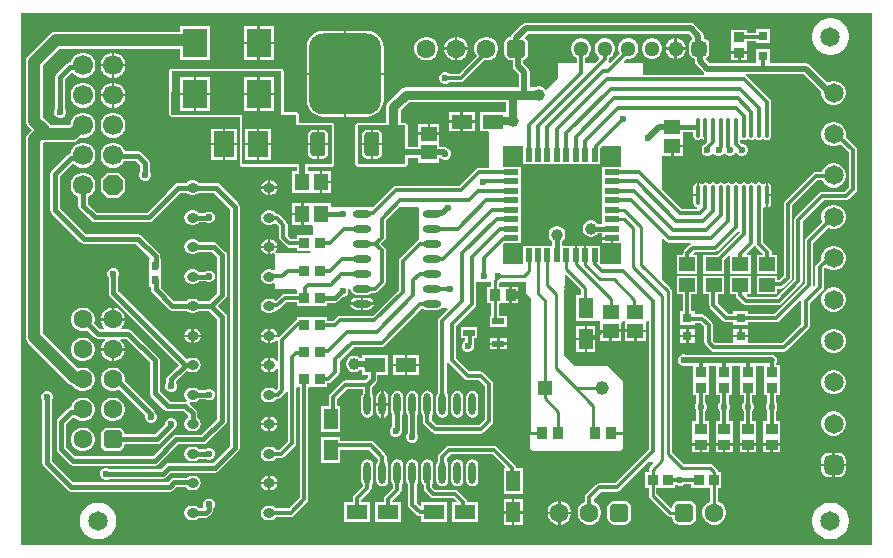
<source format=gtl>
G04*
G04 #@! TF.GenerationSoftware,Altium Limited,Altium Designer,21.0.8 (223)*
G04*
G04 Layer_Physical_Order=1*
G04 Layer_Color=255*
%FSLAX24Y24*%
%MOIN*%
G70*
G04*
G04 #@! TF.SameCoordinates,FDC07EFC-1B29-4822-A7E3-1CBBEB92D143*
G04*
G04*
G04 #@! TF.FilePolarity,Positive*
G04*
G01*
G75*
%ADD10C,0.0098*%
%ADD13C,0.0079*%
%ADD17C,0.0100*%
%ADD25R,0.0709X0.0878*%
%ADD26R,0.0551X0.0512*%
%ADD27R,0.0354X0.0394*%
%ADD28R,0.0846X0.0965*%
G04:AMPARAMS|DCode=29|XSize=50mil|YSize=80mil|CornerRadius=10mil|HoleSize=0mil|Usage=FLASHONLY|Rotation=0.000|XOffset=0mil|YOffset=0mil|HoleType=Round|Shape=RoundedRectangle|*
%AMROUNDEDRECTD29*
21,1,0.0500,0.0600,0,0,0.0*
21,1,0.0300,0.0800,0,0,0.0*
1,1,0.0200,0.0150,-0.0300*
1,1,0.0200,-0.0150,-0.0300*
1,1,0.0200,-0.0150,0.0300*
1,1,0.0200,0.0150,0.0300*
%
%ADD29ROUNDEDRECTD29*%
G04:AMPARAMS|DCode=30|XSize=240mil|YSize=270mil|CornerRadius=48mil|HoleSize=0mil|Usage=FLASHONLY|Rotation=0.000|XOffset=0mil|YOffset=0mil|HoleType=Round|Shape=RoundedRectangle|*
%AMROUNDEDRECTD30*
21,1,0.2400,0.1740,0,0,0.0*
21,1,0.1440,0.2700,0,0,0.0*
1,1,0.0960,0.0720,-0.0870*
1,1,0.0960,-0.0720,-0.0870*
1,1,0.0960,-0.0720,0.0870*
1,1,0.0960,0.0720,0.0870*
%
%ADD30ROUNDEDRECTD30*%
%ADD31R,0.0315X0.0315*%
%ADD32R,0.0197X0.0472*%
%ADD33R,0.0472X0.0197*%
G04:AMPARAMS|DCode=34|XSize=63mil|YSize=23.6mil|CornerRadius=11.8mil|HoleSize=0mil|Usage=FLASHONLY|Rotation=0.000|XOffset=0mil|YOffset=0mil|HoleType=Round|Shape=RoundedRectangle|*
%AMROUNDEDRECTD34*
21,1,0.0630,0.0000,0,0,0.0*
21,1,0.0394,0.0236,0,0,0.0*
1,1,0.0236,0.0197,0.0000*
1,1,0.0236,-0.0197,0.0000*
1,1,0.0236,-0.0197,0.0000*
1,1,0.0236,0.0197,0.0000*
%
%ADD34ROUNDEDRECTD34*%
%ADD35O,0.0236X0.0728*%
%ADD36R,0.0400X0.0220*%
%ADD37R,0.0531X0.0453*%
%ADD38R,0.0709X0.0484*%
%ADD39R,0.0315X0.0315*%
%ADD40O,0.0138X0.0669*%
%ADD41O,0.0394X0.0315*%
%ADD42R,0.0335X0.0374*%
%ADD43R,0.0236X0.0295*%
%ADD44R,0.0374X0.0335*%
%ADD45R,0.0484X0.0709*%
%ADD46R,0.0394X0.0354*%
%ADD47R,0.0512X0.0551*%
%ADD69C,0.0669*%
%ADD76R,0.0453X0.0453*%
%ADD77C,0.0453*%
%ADD80C,0.0157*%
%ADD81C,0.0394*%
%ADD82C,0.0315*%
%ADD83C,0.0197*%
%ADD84C,0.0118*%
%ADD85C,0.0276*%
%ADD86C,0.0260*%
%ADD87C,0.0630*%
G04:AMPARAMS|DCode=88|XSize=63mil|YSize=63mil|CornerRadius=15.7mil|HoleSize=0mil|Usage=FLASHONLY|Rotation=90.000|XOffset=0mil|YOffset=0mil|HoleType=Round|Shape=RoundedRectangle|*
%AMROUNDEDRECTD88*
21,1,0.0630,0.0315,0,0,90.0*
21,1,0.0315,0.0630,0,0,90.0*
1,1,0.0315,0.0157,0.0157*
1,1,0.0315,0.0157,-0.0157*
1,1,0.0315,-0.0157,-0.0157*
1,1,0.0315,-0.0157,0.0157*
%
%ADD88ROUNDEDRECTD88*%
%ADD89P,0.0724X8X112.5*%
G04:AMPARAMS|DCode=90|XSize=63mil|YSize=63mil|CornerRadius=15.7mil|HoleSize=0mil|Usage=FLASHONLY|Rotation=180.000|XOffset=0mil|YOffset=0mil|HoleType=Round|Shape=RoundedRectangle|*
%AMROUNDEDRECTD90*
21,1,0.0630,0.0315,0,0,180.0*
21,1,0.0315,0.0630,0,0,180.0*
1,1,0.0315,-0.0157,0.0157*
1,1,0.0315,0.0157,0.0157*
1,1,0.0315,0.0157,-0.0157*
1,1,0.0315,-0.0157,-0.0157*
%
%ADD90ROUNDEDRECTD90*%
%ADD91C,0.0512*%
G04:AMPARAMS|DCode=92|XSize=51.2mil|YSize=51.2mil|CornerRadius=12.8mil|HoleSize=0mil|Usage=FLASHONLY|Rotation=180.000|XOffset=0mil|YOffset=0mil|HoleType=Round|Shape=RoundedRectangle|*
%AMROUNDEDRECTD92*
21,1,0.0512,0.0256,0,0,180.0*
21,1,0.0256,0.0512,0,0,180.0*
1,1,0.0256,-0.0128,0.0128*
1,1,0.0256,0.0128,0.0128*
1,1,0.0256,0.0128,-0.0128*
1,1,0.0256,-0.0128,-0.0128*
%
%ADD92ROUNDEDRECTD92*%
%ADD93C,0.0650*%
G04:AMPARAMS|DCode=94|XSize=65mil|YSize=65mil|CornerRadius=16.2mil|HoleSize=0mil|Usage=FLASHONLY|Rotation=90.000|XOffset=0mil|YOffset=0mil|HoleType=Round|Shape=RoundedRectangle|*
%AMROUNDEDRECTD94*
21,1,0.0650,0.0325,0,0,90.0*
21,1,0.0325,0.0650,0,0,90.0*
1,1,0.0325,0.0162,0.0162*
1,1,0.0325,0.0162,-0.0162*
1,1,0.0325,-0.0162,-0.0162*
1,1,0.0325,-0.0162,0.0162*
%
%ADD94ROUNDEDRECTD94*%
%ADD95C,0.0236*%
%ADD96C,0.0394*%
G36*
X28549Y193D02*
X197D01*
X197Y17913D01*
X28549Y17913D01*
X28549Y193D01*
D02*
G37*
%LPC*%
G36*
X25157Y17372D02*
X24685D01*
Y17262D01*
X24400D01*
Y17352D01*
X23868D01*
Y16891D01*
X23868Y16860D01*
X23868Y16810D01*
Y16634D01*
X24134D01*
X24400D01*
Y16810D01*
X24400Y16841D01*
X24400Y16891D01*
Y16981D01*
X24685D01*
Y16900D01*
X25157D01*
Y17372D01*
D02*
G37*
G36*
X8612Y17470D02*
X8150D01*
Y16949D01*
X8612D01*
Y17470D01*
D02*
G37*
G36*
X8071D02*
X7608D01*
Y16949D01*
X8071D01*
Y17470D01*
D02*
G37*
G36*
X14749Y17126D02*
X14736D01*
Y16772D01*
X15091D01*
Y16784D01*
X15064Y16884D01*
X15012Y16974D01*
X14939Y17047D01*
X14849Y17099D01*
X14749Y17126D01*
D02*
G37*
G36*
X14657D02*
X14645D01*
X14545Y17099D01*
X14455Y17047D01*
X14382Y16974D01*
X14330Y16884D01*
X14303Y16784D01*
Y16772D01*
X14657D01*
Y17126D01*
D02*
G37*
G36*
X27225Y17736D02*
X27105D01*
X26987Y17713D01*
X26876Y17667D01*
X26776Y17600D01*
X26691Y17515D01*
X26625Y17415D01*
X26579Y17304D01*
X26555Y17186D01*
Y17066D01*
X26579Y16948D01*
X26625Y16837D01*
X26691Y16737D01*
X26776Y16652D01*
X26876Y16585D01*
X26987Y16539D01*
X27105Y16516D01*
X27225D01*
X27343Y16539D01*
X27454Y16585D01*
X27554Y16652D01*
X27639Y16737D01*
X27706Y16837D01*
X27752Y16948D01*
X27776Y17066D01*
Y17186D01*
X27752Y17304D01*
X27706Y17415D01*
X27639Y17515D01*
X27554Y17600D01*
X27454Y17667D01*
X27343Y17713D01*
X27225Y17736D01*
D02*
G37*
G36*
X8612Y16870D02*
X8150D01*
Y16348D01*
X8612D01*
Y16870D01*
D02*
G37*
G36*
X8071D02*
X7608D01*
Y16348D01*
X8071D01*
Y16870D01*
D02*
G37*
G36*
X6486Y17470D02*
X5482D01*
Y17286D01*
X1339D01*
X1267Y17276D01*
X1200Y17249D01*
X1142Y17204D01*
X433Y16496D01*
X389Y16438D01*
X361Y16371D01*
X352Y16299D01*
Y14331D01*
X361Y14259D01*
X389Y14192D01*
X433Y14134D01*
X552Y14016D01*
X433Y13897D01*
X389Y13840D01*
X361Y13773D01*
X352Y13701D01*
Y7126D01*
X361Y7054D01*
X389Y6987D01*
X433Y6929D01*
X1798Y5565D01*
X1856Y5521D01*
X1911Y5498D01*
X1933Y5459D01*
X2006Y5386D01*
X2096Y5334D01*
X2196Y5307D01*
X2300D01*
X2400Y5334D01*
X2490Y5386D01*
X2563Y5459D01*
X2615Y5549D01*
X2642Y5649D01*
Y5753D01*
X2615Y5853D01*
X2563Y5943D01*
X2490Y6016D01*
X2400Y6068D01*
X2300Y6094D01*
X2196D01*
X2096Y6068D01*
X2087Y6062D01*
X908Y7241D01*
Y13586D01*
X942Y13620D01*
X1906D01*
X1978Y13629D01*
X2045Y13657D01*
X2102Y13701D01*
X2170Y13768D01*
X2201Y13760D01*
X2310D01*
X2415Y13788D01*
X2510Y13842D01*
X2587Y13919D01*
X2641Y14014D01*
X2669Y14119D01*
Y14228D01*
X2641Y14333D01*
X2587Y14427D01*
X2510Y14504D01*
X2415Y14558D01*
X2310Y14587D01*
X2201D01*
X2096Y14558D01*
X2002Y14504D01*
X1925Y14427D01*
X1871Y14333D01*
X1843Y14228D01*
Y14228D01*
X1791Y14176D01*
X1170D01*
X1141Y14212D01*
X908Y14446D01*
Y16184D01*
X1454Y16730D01*
X5482D01*
Y16348D01*
X6486D01*
Y17470D01*
D02*
G37*
G36*
X24400Y16555D02*
X24173D01*
Y16348D01*
X24400D01*
Y16555D01*
D02*
G37*
G36*
X24094D02*
X23868D01*
Y16348D01*
X24094D01*
Y16555D01*
D02*
G37*
G36*
X15749Y17126D02*
X15645D01*
X15545Y17099D01*
X15455Y17047D01*
X15382Y16974D01*
X15330Y16884D01*
X15303Y16784D01*
Y16680D01*
X15330Y16580D01*
X15382Y16491D01*
X15384Y16488D01*
X14784Y15889D01*
X14469D01*
X14442Y15915D01*
X14370Y15945D01*
X14292D01*
X14219Y15915D01*
X14164Y15860D01*
X14134Y15787D01*
Y15709D01*
X14164Y15637D01*
X14219Y15581D01*
X14292Y15551D01*
X14370D01*
X14442Y15581D01*
X14469Y15608D01*
X14843D01*
X14896Y15618D01*
X14942Y15649D01*
X15635Y16341D01*
X15645Y16339D01*
X15749D01*
X15849Y16365D01*
X15939Y16417D01*
X16012Y16491D01*
X16064Y16580D01*
X16091Y16680D01*
Y16784D01*
X16064Y16884D01*
X16012Y16974D01*
X15939Y17047D01*
X15849Y17099D01*
X15749Y17126D01*
D02*
G37*
G36*
X15091Y16693D02*
X14736D01*
Y16339D01*
X14749D01*
X14849Y16365D01*
X14939Y16417D01*
X15012Y16491D01*
X15064Y16580D01*
X15091Y16680D01*
Y16693D01*
D02*
G37*
G36*
X14657D02*
X14303D01*
Y16680D01*
X14330Y16580D01*
X14382Y16491D01*
X14455Y16417D01*
X14545Y16365D01*
X14645Y16339D01*
X14657D01*
Y16693D01*
D02*
G37*
G36*
X13749Y17126D02*
X13645D01*
X13545Y17099D01*
X13455Y17047D01*
X13382Y16974D01*
X13330Y16884D01*
X13303Y16784D01*
Y16680D01*
X13330Y16580D01*
X13382Y16491D01*
X13455Y16417D01*
X13545Y16365D01*
X13645Y16339D01*
X13749D01*
X13849Y16365D01*
X13939Y16417D01*
X14012Y16491D01*
X14064Y16580D01*
X14091Y16680D01*
Y16784D01*
X14064Y16884D01*
X14012Y16974D01*
X13939Y17047D01*
X13849Y17099D01*
X13749Y17126D01*
D02*
G37*
G36*
X2310Y16587D02*
X2201D01*
X2096Y16558D01*
X2002Y16504D01*
X1925Y16427D01*
X1871Y16333D01*
X1855Y16275D01*
X1823D01*
X1823Y16275D01*
X1761Y16262D01*
X1709Y16228D01*
X1709Y16228D01*
X1383Y15901D01*
X1348Y15849D01*
X1336Y15787D01*
X1336Y15787D01*
Y14724D01*
X1329Y14718D01*
X1299Y14645D01*
Y14567D01*
X1329Y14495D01*
X1385Y14439D01*
X1457Y14409D01*
X1535D01*
X1608Y14439D01*
X1663Y14495D01*
X1693Y14567D01*
Y14645D01*
X1663Y14718D01*
X1657Y14724D01*
Y15721D01*
X1863Y15927D01*
X1925Y15919D01*
X1925Y15919D01*
X2002Y15842D01*
X2096Y15788D01*
X2201Y15760D01*
X2310D01*
X2415Y15788D01*
X2510Y15842D01*
X2587Y15919D01*
X2641Y16014D01*
X2669Y16119D01*
Y16228D01*
X2641Y16333D01*
X2587Y16427D01*
X2510Y16504D01*
X2415Y16558D01*
X2310Y16587D01*
D02*
G37*
G36*
X3310D02*
X3295D01*
Y16213D01*
X3669D01*
Y16228D01*
X3641Y16333D01*
X3587Y16427D01*
X3510Y16504D01*
X3415Y16558D01*
X3310Y16587D01*
D02*
G37*
G36*
X3217D02*
X3201D01*
X3096Y16558D01*
X3002Y16504D01*
X2925Y16427D01*
X2871Y16333D01*
X2843Y16228D01*
Y16213D01*
X3217D01*
Y16587D01*
D02*
G37*
G36*
X11710Y17327D02*
X11029D01*
Y15933D01*
X12273D01*
Y16763D01*
X12254Y16909D01*
X12198Y17045D01*
X12108Y17162D01*
X11992Y17251D01*
X11856Y17308D01*
X11710Y17327D01*
D02*
G37*
G36*
X10950D02*
X10270D01*
X10124Y17308D01*
X9988Y17251D01*
X9871Y17162D01*
X9782Y17045D01*
X9725Y16909D01*
X9706Y16763D01*
Y15933D01*
X10950D01*
Y17327D01*
D02*
G37*
G36*
X3669Y16134D02*
X3295D01*
Y15760D01*
X3310D01*
X3415Y15788D01*
X3510Y15842D01*
X3587Y15919D01*
X3641Y16014D01*
X3669Y16119D01*
Y16134D01*
D02*
G37*
G36*
X3217D02*
X2843D01*
Y16119D01*
X2871Y16014D01*
X2925Y15919D01*
X3002Y15842D01*
X3096Y15788D01*
X3201Y15760D01*
X3217D01*
Y16134D01*
D02*
G37*
G36*
X3310Y15587D02*
X3295D01*
Y15213D01*
X3669D01*
Y15228D01*
X3641Y15333D01*
X3587Y15427D01*
X3510Y15504D01*
X3415Y15558D01*
X3310Y15587D01*
D02*
G37*
G36*
X3217D02*
X3201D01*
X3096Y15558D01*
X3002Y15504D01*
X2925Y15427D01*
X2871Y15333D01*
X2843Y15228D01*
Y15213D01*
X3217D01*
Y15587D01*
D02*
G37*
G36*
X22520Y17582D02*
X17008D01*
X16939Y17568D01*
X16880Y17529D01*
X16565Y17214D01*
X16526Y17156D01*
X16520Y17127D01*
X16447Y17112D01*
X16369Y17060D01*
X16317Y16982D01*
X16299Y16890D01*
Y16575D01*
X16317Y16483D01*
X16369Y16405D01*
X16447Y16352D01*
X16539Y16334D01*
X16574D01*
Y16159D01*
X16588Y16089D01*
X16627Y16031D01*
X16788Y15870D01*
Y15438D01*
X13010D01*
X12917Y15419D01*
X12839Y15367D01*
X12428Y14956D01*
X12376Y14878D01*
X12358Y14786D01*
Y14254D01*
X11417D01*
X11387Y14247D01*
X11361Y14230D01*
X11343Y14204D01*
X11337Y14173D01*
Y12874D01*
X11343Y12843D01*
X11361Y12817D01*
X11387Y12800D01*
X11417Y12794D01*
X12992D01*
X13023Y12800D01*
X13049Y12817D01*
X13066Y12843D01*
X13072Y12874D01*
Y13087D01*
X13425D01*
Y12933D01*
X14134D01*
Y13087D01*
X14194D01*
X14219Y13061D01*
X14292Y13032D01*
X14370D01*
X14442Y13061D01*
X14498Y13117D01*
X14528Y13189D01*
Y13268D01*
X14498Y13340D01*
X14442Y13395D01*
X14370Y13425D01*
X14364D01*
X14350Y13435D01*
X14281Y13448D01*
X14134D01*
Y13563D01*
Y13858D01*
X13425D01*
Y13563D01*
Y13448D01*
X13072D01*
Y14173D01*
X13066Y14204D01*
X13049Y14230D01*
X13023Y14247D01*
X12992Y14254D01*
X12839D01*
Y14686D01*
X13109Y14956D01*
X16354D01*
Y14660D01*
X16339Y14616D01*
X15472D01*
Y13974D01*
X15747D01*
X15791Y13959D01*
Y12759D01*
X15453D01*
X15399Y12748D01*
X15353Y12717D01*
X14784Y12148D01*
X12677D01*
X12623Y12138D01*
X12578Y12107D01*
X11927Y11457D01*
X10531D01*
Y11575D01*
X9606D01*
Y11220D01*
Y10866D01*
X9878D01*
X9913Y10831D01*
X9910Y10532D01*
X9872Y10502D01*
X9842Y10502D01*
X9380D01*
Y10377D01*
X9192D01*
X9078Y10491D01*
Y10866D01*
X9067Y10920D01*
X9036Y10965D01*
X8824Y11178D01*
X8779Y11208D01*
X8725Y11219D01*
X8705D01*
X8674Y11265D01*
X8596Y11317D01*
X8504Y11335D01*
X8425D01*
X8333Y11317D01*
X8255Y11265D01*
X8203Y11187D01*
X8184Y11094D01*
X8203Y11002D01*
X8255Y10924D01*
X8333Y10872D01*
X8425Y10854D01*
X8504D01*
X8596Y10872D01*
X8674Y10924D01*
X8680Y10925D01*
X8797Y10808D01*
Y10433D01*
X8807Y10379D01*
X8838Y10334D01*
X9035Y10137D01*
X9080Y10106D01*
X9134Y10096D01*
X9380D01*
Y9970D01*
X9833Y9970D01*
X9869Y9927D01*
X9861Y9902D01*
X8707D01*
X8683Y9902D01*
X8671Y9942D01*
D01*
Y9942D01*
X8692Y9983D01*
X8726Y10034D01*
X8737Y10087D01*
X8504D01*
Y9885D01*
X8583Y9901D01*
X8596Y9903D01*
X8628Y9911D01*
X8661Y9887D01*
X8661Y9861D01*
Y9358D01*
X8617Y9334D01*
X8596Y9348D01*
X8504Y9367D01*
X8425D01*
X8333Y9348D01*
X8255Y9296D01*
X8203Y9218D01*
X8184Y9126D01*
X8203Y9034D01*
X8255Y8956D01*
X8333Y8903D01*
X8425Y8885D01*
X8504D01*
X8596Y8903D01*
X8617Y8918D01*
X8661Y8894D01*
Y8701D01*
X9334D01*
X9380Y8691D01*
Y8566D01*
X8976D01*
X8923Y8555D01*
X8877Y8525D01*
X8680Y8327D01*
X8674Y8328D01*
X8596Y8380D01*
X8504Y8398D01*
X8425D01*
X8333Y8380D01*
X8255Y8328D01*
X8203Y8250D01*
X8184Y8157D01*
X8203Y8065D01*
X8255Y7987D01*
X8333Y7935D01*
X8425Y7917D01*
X8504D01*
X8596Y7935D01*
X8674Y7987D01*
X8705Y8033D01*
X8725D01*
X8779Y8044D01*
X8824Y8074D01*
X9035Y8285D01*
X9380D01*
Y8159D01*
X9872D01*
Y8159D01*
X9892D01*
Y8159D01*
X10384D01*
Y8265D01*
X10648D01*
X10648Y8265D01*
X10709Y8277D01*
X10762Y8312D01*
X10914Y8465D01*
X10945D01*
X11017Y8495D01*
X11072Y8550D01*
X11102Y8622D01*
Y8701D01*
X11103Y8701D01*
X11164D01*
X11173Y8655D01*
X11216Y8590D01*
X11281Y8547D01*
X11358Y8532D01*
X11752D01*
X11829Y8547D01*
X11894Y8590D01*
X11895Y8592D01*
X12000D01*
X12054Y8602D01*
X12099Y8633D01*
X12304Y8838D01*
X12335Y8883D01*
X12345Y8937D01*
Y10031D01*
X12335Y10085D01*
X12304Y10131D01*
X12203Y10232D01*
X12304Y10334D01*
X12335Y10379D01*
X12345Y10433D01*
Y11005D01*
X12784Y11443D01*
X13429Y11450D01*
X13465Y11415D01*
Y10366D01*
X13446Y10362D01*
X13401Y10332D01*
X13050Y9981D01*
X13050Y9981D01*
X12814Y9745D01*
X12784Y9699D01*
X12773Y9646D01*
Y8680D01*
X11910Y7818D01*
X10827D01*
X10773Y7807D01*
X10727Y7777D01*
X10611Y7660D01*
X10384D01*
Y7785D01*
X9922D01*
X9892Y7785D01*
X9842Y7785D01*
X9380D01*
Y7682D01*
X9366Y7679D01*
X9320Y7649D01*
X9059Y7388D01*
X9059Y7388D01*
X8798Y7127D01*
X8786Y7109D01*
X8763Y7118D01*
X8504D01*
Y6917D01*
X8504D01*
X8596Y6935D01*
X8674Y6987D01*
X8697Y7021D01*
X8707Y7021D01*
X8757Y6975D01*
Y6325D01*
X8707Y6310D01*
X8674Y6359D01*
X8596Y6411D01*
X8504Y6430D01*
D01*
Y6189D01*
Y5948D01*
X8596Y5966D01*
X8674Y6019D01*
X8707Y6068D01*
X8757Y6053D01*
Y5413D01*
X8701Y5357D01*
X8674Y5359D01*
X8596Y5411D01*
X8504Y5430D01*
X8425D01*
X8333Y5411D01*
X8255Y5359D01*
X8203Y5281D01*
X8184Y5189D01*
X8203Y5097D01*
X8255Y5019D01*
X8333Y4966D01*
X8425Y4948D01*
X8504D01*
X8596Y4966D01*
X8674Y5019D01*
X8699Y5056D01*
X8740D01*
X8794Y5067D01*
X8839Y5098D01*
X8997Y5255D01*
X9022Y5293D01*
X9058Y5290D01*
X9072Y5284D01*
Y3641D01*
X8792Y3361D01*
X8694D01*
X8674Y3391D01*
X8596Y3443D01*
X8504Y3461D01*
X8425D01*
X8333Y3443D01*
X8255Y3391D01*
X8203Y3313D01*
X8184Y3220D01*
X8203Y3128D01*
X8255Y3050D01*
X8333Y2998D01*
X8425Y2980D01*
X8504D01*
X8596Y2998D01*
X8674Y3050D01*
X8694Y3080D01*
X8850D01*
X8904Y3091D01*
X8950Y3121D01*
X9312Y3483D01*
X9342Y3529D01*
X9353Y3583D01*
Y5404D01*
X9380Y5443D01*
X9403Y5443D01*
X9485D01*
Y1771D01*
X9115Y1400D01*
X8689D01*
X8674Y1422D01*
X8596Y1474D01*
X8504Y1493D01*
X8425D01*
X8333Y1474D01*
X8255Y1422D01*
X8203Y1344D01*
X8184Y1252D01*
X8203Y1160D01*
X8255Y1082D01*
X8333Y1029D01*
X8425Y1011D01*
X8504D01*
X8596Y1029D01*
X8674Y1082D01*
X8699Y1119D01*
X9173D01*
X9227Y1130D01*
X9273Y1160D01*
X9725Y1613D01*
X9756Y1659D01*
X9766Y1713D01*
Y5408D01*
X9802Y5443D01*
X9872Y5443D01*
X9922Y5443D01*
X10384D01*
Y5568D01*
X10433D01*
X10487Y5579D01*
X10532Y5609D01*
X10769Y5846D01*
X10799Y5891D01*
X10810Y5945D01*
Y6320D01*
X11279Y6789D01*
X12205D01*
X12258Y6799D01*
X12304Y6830D01*
X13554Y8080D01*
X13604Y8047D01*
X13681Y8032D01*
X14075D01*
X14152Y8047D01*
X14199Y8078D01*
X14389D01*
X14408Y8032D01*
X14133Y7757D01*
X14102Y7711D01*
X14092Y7657D01*
Y5260D01*
X14091Y5260D01*
X14048Y5195D01*
X14032Y5118D01*
Y4626D01*
X14048Y4549D01*
X14091Y4484D01*
X14156Y4441D01*
X14233Y4425D01*
X14310Y4441D01*
X14375Y4484D01*
X14418Y4549D01*
X14434Y4626D01*
Y5118D01*
X14418Y5195D01*
X14375Y5260D01*
X14373Y5262D01*
Y6288D01*
X14387Y6294D01*
X14423Y6297D01*
X14448Y6259D01*
X14979Y5727D01*
X15025Y5697D01*
X15079Y5686D01*
X15454D01*
X15647Y5493D01*
Y4369D01*
X15454Y4176D01*
X14054D01*
X13874Y4357D01*
Y4483D01*
X13875Y4484D01*
X13918Y4549D01*
X13934Y4626D01*
Y5118D01*
X13918Y5195D01*
X13875Y5260D01*
X13842Y5282D01*
X13832Y5297D01*
X13787Y5327D01*
X13733Y5338D01*
X13679Y5327D01*
X13634Y5297D01*
X13624Y5282D01*
X13591Y5260D01*
X13548Y5195D01*
X13532Y5118D01*
Y4626D01*
X13548Y4549D01*
X13591Y4484D01*
X13593Y4483D01*
Y4298D01*
X13603Y4245D01*
X13634Y4199D01*
X13897Y3936D01*
X13942Y3906D01*
X13996Y3895D01*
X15512D01*
X15566Y3906D01*
X15611Y3936D01*
X15887Y4212D01*
X15917Y4257D01*
X15928Y4311D01*
Y5551D01*
X15917Y5605D01*
X15887Y5651D01*
X15611Y5926D01*
X15566Y5957D01*
X15512Y5967D01*
X15137D01*
X14688Y6416D01*
Y7481D01*
X15316Y8109D01*
X15346Y8155D01*
X15357Y8209D01*
Y8945D01*
X15407Y8955D01*
X15843Y8955D01*
Y8799D01*
X15718D01*
Y8248D01*
X15843D01*
Y7823D01*
X15821D01*
Y7684D01*
X15821Y7684D01*
X15811Y7634D01*
X15821Y7584D01*
X15821Y7584D01*
Y7445D01*
X16379D01*
Y7823D01*
X16106D01*
Y8213D01*
X16141Y8248D01*
X16230Y8248D01*
X16280Y8248D01*
X16467D01*
Y8524D01*
Y8799D01*
X16280D01*
X16250Y8799D01*
X16200Y8799D01*
X16106D01*
Y8914D01*
X16147Y8955D01*
X17028Y8955D01*
Y3322D01*
X17180Y3169D01*
X20222D01*
X20374Y3322D01*
Y5689D01*
X19783Y6280D01*
X18681D01*
X18287Y6674D01*
X18305Y9200D01*
X18351Y9219D01*
X18865Y8705D01*
Y8508D01*
X18695D01*
Y7642D01*
X19337D01*
X19337Y7642D01*
X19370Y7638D01*
Y7638D01*
X19488D01*
Y7362D01*
X19843D01*
X20197D01*
Y7588D01*
X20239Y7638D01*
X20315D01*
Y7362D01*
X20669D01*
X21024D01*
Y7607D01*
X21049Y7657D01*
X21119D01*
Y3365D01*
X19994Y2240D01*
X19462D01*
X19408Y2230D01*
X19363Y2199D01*
X19035Y1871D01*
X19004Y1825D01*
X18993Y1772D01*
Y1630D01*
X18982Y1627D01*
X18892Y1575D01*
X18819Y1502D01*
X18767Y1412D01*
X18740Y1312D01*
Y1208D01*
X18767Y1108D01*
X18819Y1018D01*
X18892Y945D01*
X18982Y893D01*
X19082Y866D01*
X19186D01*
X19286Y893D01*
X19376Y945D01*
X19449Y1018D01*
X19501Y1108D01*
X19528Y1208D01*
Y1312D01*
X19501Y1412D01*
X19449Y1502D01*
X19376Y1575D01*
X19286Y1627D01*
X19274Y1630D01*
Y1713D01*
X19520Y1959D01*
X20052D01*
X20106Y1970D01*
X20152Y2000D01*
X21104Y2953D01*
X21246D01*
X21265Y2907D01*
X21148Y2789D01*
X21120Y2747D01*
X21110Y2697D01*
Y2628D01*
X20994D01*
Y2096D01*
X21110D01*
Y1831D01*
X21120Y1781D01*
X21148Y1738D01*
X21719Y1168D01*
X21761Y1139D01*
X21811Y1129D01*
X21897D01*
Y1102D01*
X21915Y1010D01*
X21967Y932D01*
X22046Y880D01*
X22138Y862D01*
X22453D01*
X22545Y880D01*
X22623Y932D01*
X22675Y1010D01*
X22694Y1102D01*
Y1417D01*
X22675Y1509D01*
X22623Y1588D01*
X22545Y1640D01*
X22453Y1658D01*
X22138D01*
X22046Y1640D01*
X21967Y1588D01*
X21915Y1509D01*
X21899Y1427D01*
X21872Y1413D01*
X21847Y1408D01*
X21371Y1885D01*
Y2096D01*
X21486D01*
Y2096D01*
X21506D01*
Y2096D01*
X21998D01*
Y2180D01*
X22048Y2201D01*
X22054Y2195D01*
X22126Y2165D01*
X22205D01*
X22277Y2195D01*
X22303Y2222D01*
X22530D01*
Y2096D01*
X23022D01*
Y2096D01*
X23041D01*
Y2096D01*
X23165D01*
Y1632D01*
X23143Y1627D01*
X23054Y1575D01*
X22980Y1502D01*
X22928Y1412D01*
X22902Y1312D01*
Y1208D01*
X22928Y1108D01*
X22980Y1018D01*
X23054Y945D01*
X23143Y893D01*
X23243Y866D01*
X23347D01*
X23447Y893D01*
X23537Y945D01*
X23610Y1018D01*
X23662Y1108D01*
X23689Y1208D01*
Y1312D01*
X23662Y1412D01*
X23610Y1502D01*
X23537Y1575D01*
X23447Y1627D01*
X23426Y1632D01*
Y2096D01*
X23533D01*
Y2628D01*
X23416D01*
X23408Y2668D01*
X23380Y2710D01*
X23242Y2848D01*
X23200Y2876D01*
X23150Y2886D01*
X22259D01*
X21873Y3273D01*
Y8652D01*
X21863Y8702D01*
X21834Y8744D01*
X21540Y9038D01*
Y10381D01*
X21586Y10400D01*
X21682Y10304D01*
X21728Y10274D01*
X21781Y10263D01*
X22497D01*
X22512Y10213D01*
X22489Y10198D01*
X22302Y10011D01*
X22272Y9965D01*
X22261Y9911D01*
Y9843D01*
X22047D01*
Y9232D01*
X22736D01*
Y9843D01*
X22602D01*
X22581Y9893D01*
X22647Y9958D01*
X23327D01*
X23381Y9969D01*
X23426Y9999D01*
X24090Y10663D01*
X24133Y10646D01*
X24139Y10597D01*
X23385Y9843D01*
X23384Y9843D01*
X22933D01*
Y9232D01*
X23622D01*
Y9683D01*
X23769Y9830D01*
X23819Y9809D01*
Y9232D01*
X24508D01*
Y9843D01*
X24395D01*
X24376Y9889D01*
X24626Y10139D01*
X24668Y10141D01*
X24688Y10136D01*
X24694Y10127D01*
X24928Y9893D01*
X24928Y9843D01*
X24705D01*
Y9232D01*
X25394D01*
Y9843D01*
X25210D01*
Y9950D01*
X25199Y10004D01*
X25169Y10050D01*
X24934Y10285D01*
Y11424D01*
X24984Y11451D01*
X24992Y11446D01*
X25010Y11442D01*
Y11850D01*
Y12259D01*
X24992Y12255D01*
X24955Y12230D01*
X24921Y12226D01*
X24888Y12230D01*
X24851Y12255D01*
X24793Y12267D01*
X24736Y12255D01*
X24687Y12223D01*
X24644D01*
X24595Y12255D01*
X24537Y12267D01*
X24480Y12255D01*
X24443Y12230D01*
X24409Y12226D01*
X24376Y12230D01*
X24339Y12255D01*
X24281Y12267D01*
X24224Y12255D01*
X24175Y12223D01*
X24132D01*
X24083Y12255D01*
X24026Y12267D01*
X23968Y12255D01*
X23931Y12230D01*
X23898Y12226D01*
X23864Y12230D01*
X23827Y12255D01*
X23770Y12267D01*
X23712Y12255D01*
X23663Y12223D01*
X23620D01*
X23571Y12255D01*
X23514Y12267D01*
X23456Y12255D01*
X23419Y12230D01*
X23386Y12226D01*
X23352Y12230D01*
X23315Y12255D01*
X23258Y12267D01*
X23200Y12255D01*
X23151Y12223D01*
X23108D01*
X23060Y12255D01*
X23002Y12267D01*
X22944Y12255D01*
X22907Y12230D01*
X22874Y12226D01*
X22841Y12230D01*
X22804Y12255D01*
X22785Y12259D01*
Y11850D01*
X22746D01*
Y11811D01*
X22596D01*
Y11585D01*
X22607Y11527D01*
X22640Y11478D01*
X22688Y11446D01*
X22714Y11441D01*
X22709Y11391D01*
X22214D01*
X21540Y12064D01*
Y13102D01*
X21545Y13150D01*
X21860D01*
Y13484D01*
X21900D01*
Y13524D01*
X22254D01*
Y13780D01*
Y13944D01*
X22596D01*
Y13829D01*
X22607Y13771D01*
X22640Y13722D01*
X22688Y13690D01*
X22746Y13678D01*
X22804Y13690D01*
X22841Y13714D01*
X22874Y13719D01*
X22907Y13714D01*
X22944Y13690D01*
X22963Y13686D01*
Y14094D01*
X23041D01*
Y13686D01*
X23055Y13689D01*
X23058Y13687D01*
X23069Y13632D01*
X22994Y13557D01*
X22976Y13530D01*
X22959Y13523D01*
X22904Y13468D01*
X22874Y13395D01*
Y13317D01*
X22904Y13245D01*
X22959Y13189D01*
X23032Y13159D01*
X23110D01*
X23182Y13189D01*
X23223Y13230D01*
X23255Y13240D01*
X23286Y13230D01*
X23327Y13189D01*
X23399Y13159D01*
X23477D01*
X23550Y13189D01*
X23605Y13245D01*
X23607Y13249D01*
X23657D01*
X23659Y13245D01*
X23714Y13189D01*
X23786Y13159D01*
X23865D01*
X23937Y13189D01*
X23992Y13245D01*
X23994Y13249D01*
X24044D01*
X24046Y13245D01*
X24101Y13189D01*
X24173Y13159D01*
X24252D01*
X24324Y13189D01*
X24379Y13245D01*
X24409Y13317D01*
Y13395D01*
X24379Y13468D01*
X24324Y13523D01*
X24252Y13553D01*
X24219D01*
X24166Y13606D01*
Y13668D01*
X24216Y13695D01*
X24224Y13690D01*
X24281Y13678D01*
X24339Y13690D01*
X24376Y13714D01*
X24409Y13719D01*
X24443Y13714D01*
X24480Y13690D01*
X24537Y13678D01*
X24595Y13690D01*
X24644Y13722D01*
X24687D01*
X24736Y13690D01*
X24793Y13678D01*
X24851Y13690D01*
X24888Y13714D01*
X24921Y13719D01*
X24955Y13714D01*
X24992Y13690D01*
X25049Y13678D01*
X25107Y13690D01*
X25156Y13722D01*
X25188Y13771D01*
X25200Y13829D01*
Y14360D01*
X25190Y14411D01*
Y14951D01*
X25179Y15005D01*
X25149Y15050D01*
X24391Y15808D01*
X24354Y15832D01*
X24360Y15877D01*
X24363Y15882D01*
X26269D01*
X26843Y15309D01*
X26843Y15309D01*
X26870Y15281D01*
Y15203D01*
X26898Y15100D01*
X26951Y15008D01*
X27026Y14933D01*
X27118Y14880D01*
X27220Y14852D01*
X27327D01*
X27429Y14880D01*
X27521Y14933D01*
X27597Y15008D01*
X27650Y15100D01*
X27677Y15203D01*
Y15309D01*
X27650Y15412D01*
X27597Y15504D01*
X27521Y15579D01*
X27429Y15632D01*
X27327Y15659D01*
X27220D01*
X27118Y15632D01*
X27062Y15600D01*
X26472Y16191D01*
X26413Y16230D01*
X26344Y16244D01*
X25205D01*
X25157Y16250D01*
Y16722D01*
X24685D01*
Y16250D01*
X24638Y16244D01*
X23146D01*
X23021Y16369D01*
X23025Y16424D01*
X23072Y16455D01*
X23118Y16524D01*
X23134Y16604D01*
Y16860D01*
X23118Y16941D01*
X23072Y17009D01*
X23004Y17055D01*
X22942Y17067D01*
Y17160D01*
X22929Y17229D01*
X22889Y17287D01*
X22647Y17529D01*
X22589Y17568D01*
X22520Y17582D01*
D02*
G37*
G36*
X3669Y15134D02*
X3295D01*
Y14760D01*
X3310D01*
X3415Y14788D01*
X3510Y14842D01*
X3587Y14919D01*
X3641Y15014D01*
X3669Y15119D01*
Y15134D01*
D02*
G37*
G36*
X3217D02*
X2843D01*
Y15119D01*
X2871Y15014D01*
X2925Y14919D01*
X3002Y14842D01*
X3096Y14788D01*
X3201Y14760D01*
X3217D01*
Y15134D01*
D02*
G37*
G36*
X2310Y15587D02*
X2201D01*
X2096Y15558D01*
X2002Y15504D01*
X1925Y15427D01*
X1871Y15333D01*
X1843Y15228D01*
Y15119D01*
X1871Y15014D01*
X1925Y14919D01*
X2002Y14842D01*
X2096Y14788D01*
X2201Y14760D01*
X2310D01*
X2415Y14788D01*
X2510Y14842D01*
X2587Y14919D01*
X2641Y15014D01*
X2669Y15119D01*
Y15228D01*
X2641Y15333D01*
X2587Y15427D01*
X2510Y15504D01*
X2415Y15558D01*
X2310Y15587D01*
D02*
G37*
G36*
X12273Y15854D02*
X11029D01*
Y14460D01*
X11710D01*
X11856Y14479D01*
X11992Y14535D01*
X12108Y14625D01*
X12198Y14742D01*
X12254Y14877D01*
X12273Y15023D01*
Y15854D01*
D02*
G37*
G36*
X10950D02*
X9706D01*
Y15023D01*
X9725Y14877D01*
X9782Y14742D01*
X9871Y14625D01*
X9988Y14535D01*
X10124Y14479D01*
X10270Y14460D01*
X10950D01*
Y15854D01*
D02*
G37*
G36*
X15307Y14616D02*
X14913D01*
Y14335D01*
X15307D01*
Y14616D01*
D02*
G37*
G36*
X14835D02*
X14441D01*
Y14335D01*
X14835D01*
Y14616D01*
D02*
G37*
G36*
X15307Y14256D02*
X14913D01*
Y13974D01*
X15307D01*
Y14256D01*
D02*
G37*
G36*
X14835D02*
X14441D01*
Y13974D01*
X14835D01*
Y14256D01*
D02*
G37*
G36*
X14134Y14232D02*
X13819D01*
Y13937D01*
X14134D01*
Y14232D01*
D02*
G37*
G36*
X13740D02*
X13425D01*
Y13937D01*
X13740D01*
Y14232D01*
D02*
G37*
G36*
X3310Y14587D02*
X3201D01*
X3096Y14558D01*
X3002Y14504D01*
X2925Y14427D01*
X2871Y14333D01*
X2843Y14228D01*
Y14119D01*
X2871Y14014D01*
X2925Y13919D01*
X3002Y13842D01*
X3096Y13788D01*
X3201Y13760D01*
X3310D01*
X3415Y13788D01*
X3510Y13842D01*
X3587Y13919D01*
X3641Y14014D01*
X3669Y14119D01*
Y14228D01*
X3641Y14333D01*
X3587Y14427D01*
X3510Y14504D01*
X3415Y14558D01*
X3310Y14587D01*
D02*
G37*
G36*
X7378Y14061D02*
X6984D01*
Y13583D01*
X7378D01*
Y14061D01*
D02*
G37*
G36*
X6906D02*
X6512D01*
Y13583D01*
X6906D01*
Y14061D01*
D02*
G37*
G36*
X22254Y13445D02*
X21939D01*
Y13150D01*
X22254D01*
Y13445D01*
D02*
G37*
G36*
X7378Y13504D02*
X6984D01*
Y13026D01*
X7378D01*
Y13504D01*
D02*
G37*
G36*
X6906D02*
X6512D01*
Y13026D01*
X6906D01*
Y13504D01*
D02*
G37*
G36*
X8858Y16065D02*
X5206Y16065D01*
X5191Y16062D01*
X5175Y16059D01*
X5175Y16058D01*
X5175Y16058D01*
X5162Y16050D01*
X5149Y16041D01*
X5149Y16041D01*
X5149Y16041D01*
X5140Y16028D01*
X5132Y16015D01*
X5132Y16015D01*
X5132Y16015D01*
X5129Y16000D01*
X5125Y15985D01*
X5118Y14563D01*
X5118Y14563D01*
X5118Y14563D01*
X5121Y14548D01*
X5124Y14533D01*
X5124Y14533D01*
X5124Y14533D01*
X5132Y14520D01*
X5141Y14507D01*
X5141Y14506D01*
X5141Y14506D01*
X5176Y14471D01*
X5176Y14471D01*
X5176Y14471D01*
X5189Y14462D01*
X5202Y14453D01*
X5202Y14453D01*
X5202Y14453D01*
X5218Y14450D01*
X5233Y14447D01*
X5233Y14447D01*
X5233Y14447D01*
X7479Y14447D01*
X7479Y12874D01*
X7485Y12843D01*
X7502Y12817D01*
X7528Y12800D01*
X7559Y12794D01*
X9386Y12794D01*
Y12638D01*
X9232D01*
Y11929D01*
X10157D01*
Y12283D01*
Y12638D01*
X9748D01*
Y12794D01*
X10551Y12794D01*
X10582Y12800D01*
X10608Y12817D01*
X10625Y12843D01*
X10631Y12874D01*
X10631Y14173D01*
X10625Y14204D01*
X10608Y14230D01*
X10582Y14247D01*
X10551Y14254D01*
X9450D01*
Y14528D01*
X9444Y14558D01*
X9427Y14584D01*
X9401Y14602D01*
X9370Y14608D01*
X8939D01*
X8939Y15984D01*
X8932Y16015D01*
X8915Y16041D01*
X8889Y16058D01*
X8858Y16065D01*
D02*
G37*
G36*
X2310Y13587D02*
X2201D01*
X2096Y13558D01*
X2002Y13504D01*
X1925Y13427D01*
X1871Y13333D01*
X1847Y13243D01*
X1792Y13232D01*
X1740Y13197D01*
X1740Y13197D01*
X1215Y12673D01*
X1180Y12621D01*
X1168Y12559D01*
X1168Y12559D01*
Y11339D01*
X1168Y11339D01*
X1180Y11277D01*
X1215Y11225D01*
X2170Y10270D01*
X2222Y10236D01*
X2283Y10223D01*
X2283Y10223D01*
X4028D01*
X4497Y9755D01*
X4476Y9705D01*
X4469D01*
Y9252D01*
Y8799D01*
X4515D01*
Y8711D01*
X4515Y8711D01*
X4527Y8649D01*
X4562Y8597D01*
X5115Y8044D01*
X5115Y8044D01*
X5167Y8009D01*
X5228Y7997D01*
X5689D01*
X5696Y7987D01*
X5774Y7935D01*
X5866Y7917D01*
X5945D01*
X6037Y7935D01*
X6115Y7987D01*
X6122Y7997D01*
X6461D01*
X6729Y7729D01*
Y4397D01*
X6193Y3861D01*
X5354D01*
X5354Y3861D01*
X5293Y3849D01*
X5241Y3814D01*
X4579Y3153D01*
X1996D01*
X1696Y3452D01*
Y4225D01*
X1925Y4453D01*
X1939D01*
X2006Y4386D01*
X2096Y4334D01*
X2196Y4307D01*
X2300D01*
X2400Y4334D01*
X2490Y4386D01*
X2563Y4459D01*
X2615Y4549D01*
X2642Y4649D01*
Y4753D01*
X2615Y4853D01*
X2563Y4943D01*
X2490Y5016D01*
X2400Y5068D01*
X2300Y5094D01*
X2196D01*
X2096Y5068D01*
X2006Y5016D01*
X1933Y4943D01*
X1881Y4853D01*
X1860Y4775D01*
X1858D01*
X1858Y4775D01*
X1797Y4762D01*
X1745Y4728D01*
X1422Y4405D01*
X1387Y4353D01*
X1375Y4291D01*
X1375Y4291D01*
Y3386D01*
X1375Y3386D01*
X1387Y3324D01*
X1422Y3272D01*
X1816Y2879D01*
X1816Y2879D01*
X1868Y2844D01*
X1929Y2832D01*
X4646D01*
X4646Y2832D01*
X4707Y2844D01*
X4759Y2879D01*
X5421Y3540D01*
X6260D01*
X6260Y3540D01*
X6321Y3552D01*
X6373Y3587D01*
X7003Y4217D01*
X7003Y4217D01*
X7038Y4269D01*
X7050Y4331D01*
Y7795D01*
X7038Y7857D01*
X7003Y7909D01*
X7003Y7909D01*
X6755Y8157D01*
X7003Y8406D01*
X7038Y8458D01*
X7050Y8520D01*
X7050Y8520D01*
Y9843D01*
X7050Y9843D01*
X7038Y9904D01*
X7003Y9956D01*
X7003Y9956D01*
X6728Y10232D01*
X6676Y10266D01*
X6614Y10279D01*
X6614Y10279D01*
X6127D01*
X6115Y10296D01*
X6037Y10349D01*
X5945Y10367D01*
X5866D01*
X5774Y10349D01*
X5696Y10296D01*
X5644Y10218D01*
X5625Y10126D01*
X5644Y10034D01*
X5696Y9956D01*
X5774Y9903D01*
X5866Y9885D01*
X5945D01*
X6037Y9903D01*
X6115Y9956D01*
X6116Y9958D01*
X6548D01*
X6729Y9776D01*
Y8586D01*
X6461Y8318D01*
X6122D01*
X6115Y8328D01*
X6037Y8380D01*
X5945Y8398D01*
X5866D01*
X5774Y8380D01*
X5696Y8328D01*
X5689Y8318D01*
X5295D01*
X4863Y8750D01*
X4862Y8799D01*
X4862D01*
Y9252D01*
Y9705D01*
X4836D01*
Y9803D01*
X4836Y9803D01*
X4824Y9865D01*
X4789Y9917D01*
X4789Y9917D01*
X4208Y10497D01*
X4156Y10532D01*
X4094Y10544D01*
X4094Y10544D01*
X2350D01*
X1489Y11405D01*
Y12493D01*
X1887Y12890D01*
X1887Y12890D01*
X1956Y12889D01*
X2002Y12842D01*
X2096Y12788D01*
X2201Y12760D01*
X2310D01*
X2415Y12788D01*
X2510Y12842D01*
X2587Y12919D01*
X2641Y13014D01*
X2669Y13119D01*
Y13228D01*
X2641Y13333D01*
X2587Y13427D01*
X2510Y13504D01*
X2415Y13558D01*
X2310Y13587D01*
D02*
G37*
G36*
X3310D02*
X3201D01*
X3096Y13558D01*
X3002Y13504D01*
X2925Y13427D01*
X2871Y13333D01*
X2843Y13228D01*
Y13119D01*
X2871Y13014D01*
X2925Y12919D01*
X3002Y12842D01*
X3096Y12788D01*
X3201Y12760D01*
X3310D01*
X3415Y12788D01*
X3510Y12842D01*
X3587Y12919D01*
X3627Y12989D01*
X4028D01*
X4155Y12862D01*
Y12610D01*
X4134Y12559D01*
Y12481D01*
X4164Y12408D01*
X4219Y12353D01*
X4292Y12323D01*
X4370D01*
X4442Y12353D01*
X4498Y12408D01*
X4528Y12481D01*
Y12559D01*
X4498Y12631D01*
X4476Y12653D01*
Y12928D01*
X4476Y12928D01*
X4464Y12990D01*
X4429Y13042D01*
X4208Y13263D01*
X4156Y13298D01*
X4094Y13310D01*
X4094Y13310D01*
X3647D01*
X3641Y13333D01*
X3587Y13427D01*
X3510Y13504D01*
X3415Y13558D01*
X3310Y13587D01*
D02*
G37*
G36*
X10532Y12638D02*
X10236D01*
Y12323D01*
X10532D01*
Y12638D01*
D02*
G37*
G36*
X8504Y12335D02*
D01*
Y12134D01*
X8737D01*
X8726Y12187D01*
X8674Y12265D01*
X8596Y12317D01*
X8504Y12335D01*
D02*
G37*
G36*
X8425D02*
X8333Y12317D01*
X8255Y12265D01*
X8203Y12187D01*
X8192Y12134D01*
X8425D01*
Y12335D01*
D02*
G37*
G36*
X27327Y12904D02*
X27220D01*
X27118Y12876D01*
X27026Y12823D01*
X26951Y12748D01*
X26898Y12656D01*
X26888Y12621D01*
X26673D01*
X26619Y12610D01*
X26574Y12580D01*
X25649Y11654D01*
X25618Y11609D01*
X25608Y11555D01*
Y9153D01*
X25463Y9008D01*
X25394D01*
Y9154D01*
X24705D01*
Y8543D01*
X25394D01*
Y8727D01*
X25521D01*
X25575Y8738D01*
X25621Y8768D01*
X25847Y8995D01*
X25878Y9041D01*
X25889Y9094D01*
Y11497D01*
X26731Y12340D01*
X26900D01*
X26951Y12252D01*
X27026Y12177D01*
X27118Y12124D01*
X27220Y12096D01*
X27327D01*
X27429Y12124D01*
X27521Y12177D01*
X27597Y12252D01*
X27650Y12344D01*
X27677Y12447D01*
Y12553D01*
X27650Y12656D01*
X27597Y12748D01*
X27521Y12823D01*
X27429Y12876D01*
X27327Y12904D01*
D02*
G37*
G36*
X10532Y12244D02*
X10236D01*
Y11929D01*
X10532D01*
Y12244D01*
D02*
G37*
G36*
X25089Y12259D02*
Y11890D01*
X25200D01*
Y12116D01*
X25188Y12174D01*
X25156Y12223D01*
X25107Y12255D01*
X25089Y12259D01*
D02*
G37*
G36*
X22707Y12259D02*
X22688Y12255D01*
X22640Y12223D01*
X22607Y12174D01*
X22596Y12116D01*
Y11890D01*
X22707D01*
Y12259D01*
D02*
G37*
G36*
X8737Y12055D02*
X8504D01*
Y11854D01*
X8596Y11872D01*
X8674Y11924D01*
X8726Y12002D01*
X8737Y12055D01*
D02*
G37*
G36*
X8425D02*
X8192D01*
X8203Y12002D01*
X8255Y11924D01*
X8333Y11872D01*
X8425Y11854D01*
D01*
Y12055D01*
D02*
G37*
G36*
X3463Y12587D02*
X3049D01*
X2843Y12380D01*
Y11967D01*
X3049Y11760D01*
X3463D01*
X3669Y11967D01*
Y12380D01*
X3463Y12587D01*
D02*
G37*
G36*
X25200Y11811D02*
X25089D01*
Y11442D01*
X25107Y11446D01*
X25156Y11478D01*
X25188Y11527D01*
X25200Y11585D01*
Y11811D01*
D02*
G37*
G36*
X9528Y11575D02*
X9232D01*
Y11260D01*
X9528D01*
Y11575D01*
D02*
G37*
G36*
X5945Y11335D02*
X5866D01*
X5774Y11317D01*
X5696Y11265D01*
X5644Y11187D01*
X5625Y11094D01*
X5644Y11002D01*
X5696Y10924D01*
X5774Y10872D01*
X5866Y10854D01*
X5945D01*
X6037Y10872D01*
X6115Y10924D01*
X6124Y10938D01*
X6343D01*
X6345Y10935D01*
X6418Y10906D01*
X6496D01*
X6568Y10935D01*
X6624Y10991D01*
X6654Y11063D01*
Y11142D01*
X6624Y11214D01*
X6568Y11269D01*
X6496Y11299D01*
X6418D01*
X6345Y11269D01*
X6335Y11259D01*
X6119D01*
X6115Y11265D01*
X6037Y11317D01*
X5945Y11335D01*
D02*
G37*
G36*
X9528Y11181D02*
X9232D01*
Y10866D01*
X9528D01*
Y11181D01*
D02*
G37*
G36*
X27327Y11526D02*
X27220D01*
X27118Y11498D01*
X27026Y11445D01*
X26951Y11370D01*
X26898Y11278D01*
X26870Y11175D01*
Y11069D01*
X26898Y10966D01*
X26905Y10953D01*
X26357Y10404D01*
X26327Y10359D01*
X26316Y10305D01*
Y8916D01*
X25296Y7896D01*
X24409D01*
Y7972D01*
X23937D01*
Y7896D01*
X23759D01*
X23408Y8247D01*
Y8543D01*
X23622D01*
Y9154D01*
X22933D01*
Y8543D01*
X23127D01*
Y8189D01*
X23138Y8135D01*
X23168Y8090D01*
X23601Y7657D01*
X23647Y7626D01*
X23701Y7615D01*
X23937D01*
Y7500D01*
X24409D01*
Y7615D01*
X25354D01*
X25408Y7626D01*
X25454Y7657D01*
X26158Y8361D01*
X26204Y8336D01*
X26198Y8307D01*
Y7539D01*
X25572Y6912D01*
X24409D01*
Y7106D01*
X23937D01*
Y6912D01*
X23326D01*
X23246Y6992D01*
Y7524D01*
X23235Y7578D01*
X23205Y7624D01*
X23003Y7826D01*
X22957Y7856D01*
X22903Y7867D01*
X22638D01*
Y7972D01*
X22532D01*
Y8543D01*
X22736D01*
Y9154D01*
X22047D01*
Y8543D01*
X22251D01*
Y7972D01*
X22165D01*
Y7500D01*
X22638D01*
Y7586D01*
X22845D01*
X22965Y7466D01*
Y6934D01*
X22976Y6880D01*
X23006Y6835D01*
X23168Y6672D01*
X23214Y6642D01*
X23268Y6631D01*
X25630D01*
X25684Y6642D01*
X25729Y6672D01*
X26438Y7381D01*
X26468Y7427D01*
X26479Y7480D01*
Y8249D01*
X26910Y8680D01*
X26941Y8726D01*
X26952Y8780D01*
Y9391D01*
X27004Y9443D01*
X27026Y9421D01*
X27118Y9368D01*
X27220Y9341D01*
X27327D01*
X27429Y9368D01*
X27521Y9421D01*
X27597Y9496D01*
X27650Y9588D01*
X27677Y9691D01*
Y9797D01*
X27650Y9900D01*
X27597Y9992D01*
X27521Y10067D01*
X27429Y10120D01*
X27327Y10148D01*
X27220D01*
X27118Y10120D01*
X27026Y10067D01*
X26951Y9992D01*
X26898Y9900D01*
X26870Y9797D01*
Y9701D01*
X26854Y9690D01*
X26712Y9548D01*
X26681Y9503D01*
X26671Y9449D01*
Y8838D01*
X26638Y8805D01*
X26591Y8829D01*
X26597Y8858D01*
Y10247D01*
X27104Y10754D01*
X27118Y10746D01*
X27220Y10718D01*
X27327D01*
X27429Y10746D01*
X27521Y10799D01*
X27597Y10874D01*
X27650Y10966D01*
X27677Y11069D01*
Y11175D01*
X27650Y11278D01*
X27597Y11370D01*
X27521Y11445D01*
X27429Y11498D01*
X27327Y11526D01*
D02*
G37*
G36*
X8504Y10367D02*
D01*
Y10165D01*
X8737D01*
X8726Y10218D01*
X8674Y10296D01*
X8596Y10349D01*
X8504Y10367D01*
D02*
G37*
G36*
X8425D02*
X8333Y10349D01*
X8255Y10296D01*
X8203Y10218D01*
X8192Y10165D01*
X8425D01*
Y10367D01*
D02*
G37*
G36*
Y10087D02*
X8192D01*
X8203Y10034D01*
X8255Y9956D01*
X8333Y9903D01*
X8425Y9885D01*
D01*
Y10087D01*
D02*
G37*
G36*
X5945Y9367D02*
X5866D01*
X5774Y9348D01*
X5696Y9296D01*
X5644Y9218D01*
X5625Y9126D01*
X5644Y9034D01*
X5696Y8956D01*
X5774Y8903D01*
X5866Y8885D01*
X5945D01*
X6037Y8903D01*
X6115Y8956D01*
X6124Y8969D01*
X6343D01*
X6345Y8967D01*
X6418Y8937D01*
X6496D01*
X6568Y8967D01*
X6624Y9022D01*
X6654Y9095D01*
Y9173D01*
X6624Y9245D01*
X6568Y9301D01*
X6496Y9331D01*
X6418D01*
X6345Y9301D01*
X6335Y9290D01*
X6119D01*
X6115Y9296D01*
X6037Y9348D01*
X5945Y9367D01*
D02*
G37*
G36*
X16545Y8799D02*
Y8563D01*
X16762D01*
Y8799D01*
X16545D01*
D02*
G37*
G36*
X27327Y14282D02*
X27220D01*
X27118Y14254D01*
X27026Y14201D01*
X26951Y14126D01*
X26898Y14034D01*
X26870Y13931D01*
Y13825D01*
X26898Y13722D01*
X26951Y13630D01*
X27026Y13555D01*
X27118Y13502D01*
X27220Y13474D01*
X27327D01*
X27429Y13502D01*
X27512Y13549D01*
X27773Y13288D01*
Y12105D01*
X27619Y11952D01*
X26880D01*
X26826Y11941D01*
X26781Y11910D01*
X26003Y11133D01*
X25973Y11087D01*
X25962Y11033D01*
Y9035D01*
X25385Y8457D01*
X24418D01*
X24379Y8497D01*
X24398Y8543D01*
X24508D01*
Y9154D01*
X23819D01*
Y8543D01*
X24023D01*
Y8514D01*
X24034Y8460D01*
X24064Y8414D01*
X24266Y8212D01*
X24312Y8182D01*
X24366Y8171D01*
X24392Y8176D01*
X25443D01*
X25497Y8187D01*
X25542Y8218D01*
X26202Y8877D01*
X26232Y8923D01*
X26243Y8976D01*
Y10975D01*
X26938Y11671D01*
X27677D01*
X27731Y11681D01*
X27777Y11712D01*
X28013Y11948D01*
X28043Y11993D01*
X28054Y12047D01*
Y13346D01*
X28043Y13400D01*
X28013Y13446D01*
X27668Y13791D01*
X27677Y13825D01*
Y13931D01*
X27650Y14034D01*
X27597Y14126D01*
X27521Y14201D01*
X27429Y14254D01*
X27327Y14282D01*
D02*
G37*
G36*
X11752Y8433D02*
X11594D01*
Y8272D01*
X11945D01*
X11937Y8309D01*
X11894Y8374D01*
X11829Y8418D01*
X11752Y8433D01*
D02*
G37*
G36*
X11516D02*
X11358D01*
X11281Y8418D01*
X11216Y8374D01*
X11173Y8309D01*
X11165Y8272D01*
X11516D01*
Y8433D01*
D02*
G37*
G36*
X16762Y8484D02*
X16545D01*
Y8248D01*
X16762D01*
Y8484D01*
D02*
G37*
G36*
X11945Y8193D02*
X11594D01*
Y8032D01*
X11752D01*
X11829Y8047D01*
X11894Y8090D01*
X11937Y8155D01*
X11945Y8193D01*
D02*
G37*
G36*
X11516D02*
X11165D01*
X11173Y8155D01*
X11216Y8090D01*
X11281Y8047D01*
X11358Y8032D01*
X11516D01*
Y8193D01*
D02*
G37*
G36*
X27327Y8770D02*
X27220D01*
X27118Y8742D01*
X27026Y8689D01*
X26951Y8614D01*
X26898Y8522D01*
X26870Y8419D01*
Y8313D01*
X26898Y8210D01*
X26951Y8118D01*
X27026Y8043D01*
X27118Y7990D01*
X27220Y7963D01*
X27327D01*
X27429Y7990D01*
X27521Y8043D01*
X27597Y8118D01*
X27650Y8210D01*
X27677Y8313D01*
Y8419D01*
X27650Y8522D01*
X27597Y8614D01*
X27521Y8689D01*
X27429Y8742D01*
X27327Y8770D01*
D02*
G37*
G36*
X3300Y8094D02*
X3287D01*
Y7740D01*
X3642D01*
Y7753D01*
X3615Y7853D01*
X3563Y7943D01*
X3490Y8016D01*
X3400Y8068D01*
X3300Y8094D01*
D02*
G37*
G36*
X3209D02*
X3196D01*
X3096Y8068D01*
X3006Y8016D01*
X2933Y7943D01*
X2881Y7853D01*
X2854Y7753D01*
Y7740D01*
X3209D01*
Y8094D01*
D02*
G37*
G36*
X8504Y7398D02*
X8504D01*
Y7197D01*
X8737D01*
X8726Y7250D01*
X8674Y7328D01*
X8596Y7380D01*
X8504Y7398D01*
D02*
G37*
G36*
X8425D02*
X8333Y7380D01*
X8255Y7328D01*
X8203Y7250D01*
X8192Y7197D01*
X8425D01*
Y7398D01*
D02*
G37*
G36*
X5945D02*
D01*
Y7197D01*
X6178D01*
X6167Y7250D01*
X6115Y7328D01*
X6037Y7380D01*
X5945Y7398D01*
D02*
G37*
G36*
X5866D02*
X5774Y7380D01*
X5696Y7328D01*
X5644Y7250D01*
X5633Y7197D01*
X5866D01*
Y7398D01*
D02*
G37*
G36*
X24409Y7382D02*
X24213D01*
Y7185D01*
X24409D01*
Y7382D01*
D02*
G37*
G36*
X24134D02*
X23937D01*
Y7185D01*
X24134D01*
Y7382D01*
D02*
G37*
G36*
X22638D02*
X22441D01*
Y7185D01*
X22638D01*
Y7382D01*
D02*
G37*
G36*
X22362D02*
X22165D01*
Y7185D01*
X22362D01*
Y7382D01*
D02*
G37*
G36*
X19337Y7476D02*
X19055D01*
Y7083D01*
X19337D01*
Y7476D01*
D02*
G37*
G36*
X18976D02*
X18695D01*
Y7083D01*
X18976D01*
Y7476D01*
D02*
G37*
G36*
X21024Y7283D02*
X20709D01*
Y6988D01*
X21024D01*
Y7283D01*
D02*
G37*
G36*
X20630D02*
X20315D01*
Y6988D01*
X20630D01*
Y7283D01*
D02*
G37*
G36*
X20197D02*
X19882D01*
Y6988D01*
X20197D01*
Y7283D01*
D02*
G37*
G36*
X19803D02*
X19488D01*
Y6988D01*
X19803D01*
Y7283D01*
D02*
G37*
G36*
X16379Y7083D02*
X16140D01*
Y6933D01*
X16379D01*
Y7083D01*
D02*
G37*
G36*
X16061D02*
X15821D01*
Y6933D01*
X16061D01*
Y7083D01*
D02*
G37*
G36*
X8425Y7118D02*
X8192D01*
X8203Y7065D01*
X8255Y6987D01*
X8333Y6935D01*
X8425Y6917D01*
Y7118D01*
D02*
G37*
G36*
X6178Y7118D02*
X5945D01*
Y6917D01*
X6037Y6935D01*
X6115Y6987D01*
X6167Y7065D01*
X6178Y7118D01*
D02*
G37*
G36*
X5866D02*
X5633D01*
X5644Y7065D01*
X5696Y6987D01*
X5774Y6935D01*
X5866Y6917D01*
D01*
Y7118D01*
D02*
G37*
G36*
X22638Y7106D02*
X22441D01*
Y6909D01*
X22638D01*
Y7106D01*
D02*
G37*
G36*
X22362D02*
X22165D01*
Y6909D01*
X22362D01*
Y7106D01*
D02*
G37*
G36*
X16379Y6854D02*
X16140D01*
Y6705D01*
X16379D01*
Y6854D01*
D02*
G37*
G36*
X16061D02*
X15821D01*
Y6705D01*
X16061D01*
Y6854D01*
D02*
G37*
G36*
X19337Y7004D02*
X19055D01*
Y6610D01*
X19337D01*
Y7004D01*
D02*
G37*
G36*
X18976D02*
X18695D01*
Y6610D01*
X18976D01*
Y7004D01*
D02*
G37*
G36*
X15399Y7453D02*
X14842D01*
Y7075D01*
X14997D01*
Y6983D01*
X14967Y6970D01*
X14912Y6915D01*
X14882Y6843D01*
Y6764D01*
X14912Y6692D01*
X14967Y6637D01*
X15040Y6607D01*
X15118D01*
X15190Y6637D01*
X15246Y6692D01*
X15276Y6764D01*
Y6843D01*
X15270Y6855D01*
X15278Y6895D01*
Y7075D01*
X15399D01*
Y7453D01*
D02*
G37*
G36*
X27327Y7392D02*
X27220D01*
X27118Y7364D01*
X27026Y7311D01*
X26951Y7236D01*
X26898Y7144D01*
X26870Y7041D01*
Y6935D01*
X26898Y6832D01*
X26951Y6740D01*
X27026Y6665D01*
X27118Y6612D01*
X27220Y6585D01*
X27327D01*
X27429Y6612D01*
X27521Y6665D01*
X27597Y6740D01*
X27650Y6832D01*
X27677Y6935D01*
Y7041D01*
X27650Y7144D01*
X27597Y7236D01*
X27521Y7311D01*
X27429Y7364D01*
X27327Y7392D01*
D02*
G37*
G36*
X12417Y6502D02*
X11551D01*
Y6429D01*
X11501Y6408D01*
X11468Y6441D01*
X11406Y6477D01*
X11336Y6496D01*
X11263D01*
X11193Y6477D01*
X11130Y6441D01*
X11079Y6390D01*
X11042Y6327D01*
X11024Y6257D01*
Y6184D01*
X11042Y6114D01*
X11079Y6051D01*
X11130Y6000D01*
X11193Y5964D01*
X11263Y5945D01*
X11336D01*
X11406Y5964D01*
X11468Y6000D01*
X11489Y6020D01*
X11551D01*
Y5860D01*
X11749D01*
Y5769D01*
X11649Y5669D01*
X11001D01*
X10947Y5658D01*
X10901Y5628D01*
X10485Y5211D01*
X10455Y5166D01*
X10444Y5112D01*
Y4807D01*
X10191D01*
Y3941D01*
X10833D01*
Y4807D01*
X10725D01*
Y5054D01*
X11059Y5388D01*
X11573D01*
Y5232D01*
X11548Y5195D01*
X11532Y5118D01*
Y4626D01*
X11548Y4549D01*
X11591Y4484D01*
X11656Y4441D01*
X11733Y4425D01*
X11810Y4441D01*
X11875Y4484D01*
X11918Y4549D01*
X11934Y4626D01*
Y5118D01*
X11918Y5195D01*
X11894Y5232D01*
Y5460D01*
X12023Y5589D01*
X12023Y5589D01*
X12058Y5641D01*
X12070Y5703D01*
X12070Y5703D01*
Y5860D01*
X12417D01*
Y6502D01*
D02*
G37*
G36*
X3642Y6661D02*
X3287D01*
Y6307D01*
X3300D01*
X3400Y6334D01*
X3490Y6386D01*
X3563Y6459D01*
X3615Y6549D01*
X3642Y6649D01*
Y6661D01*
D02*
G37*
G36*
X3209D02*
X2854D01*
Y6649D01*
X2881Y6549D01*
X2933Y6459D01*
X3006Y6386D01*
X3096Y6334D01*
X3196Y6307D01*
X3209D01*
Y6661D01*
D02*
G37*
G36*
X2300Y7094D02*
X2196D01*
X2096Y7068D01*
X2006Y7016D01*
X1933Y6943D01*
X1881Y6853D01*
X1854Y6753D01*
Y6649D01*
X1881Y6549D01*
X1933Y6459D01*
X2006Y6386D01*
X2096Y6334D01*
X2196Y6307D01*
X2300D01*
X2400Y6334D01*
X2490Y6386D01*
X2563Y6459D01*
X2615Y6549D01*
X2642Y6649D01*
Y6753D01*
X2615Y6853D01*
X2563Y6943D01*
X2490Y7016D01*
X2400Y7068D01*
X2300Y7094D01*
D02*
G37*
G36*
X8425Y6430D02*
X8333Y6411D01*
X8255Y6359D01*
X8203Y6281D01*
X8192Y6228D01*
X8425D01*
Y6430D01*
D02*
G37*
G36*
X13449Y6502D02*
X13055D01*
Y6220D01*
X13449D01*
Y6502D01*
D02*
G37*
G36*
X12976D02*
X12583D01*
Y6220D01*
X12976D01*
Y6502D01*
D02*
G37*
G36*
X8425Y6150D02*
X8192D01*
X8203Y6097D01*
X8255Y6019D01*
X8333Y5966D01*
X8425Y5948D01*
D01*
Y6150D01*
D02*
G37*
G36*
X3307Y9417D02*
X3229D01*
X3156Y9387D01*
X3101Y9332D01*
X3071Y9259D01*
Y9181D01*
X3101Y9108D01*
X3107Y9102D01*
Y8583D01*
X3107Y8583D01*
X3119Y8521D01*
X3154Y8469D01*
X5442Y6181D01*
X5083Y5822D01*
X5049Y5770D01*
X5036Y5709D01*
X5036Y5709D01*
Y5590D01*
X5030Y5584D01*
X5000Y5512D01*
Y5433D01*
X5030Y5361D01*
X5085Y5306D01*
X5158Y5276D01*
X5236D01*
X5308Y5306D01*
X5364Y5361D01*
X5394Y5433D01*
Y5512D01*
X5364Y5584D01*
X5357Y5590D01*
Y5642D01*
X5719Y6003D01*
X5774Y5966D01*
X5866Y5948D01*
X5945D01*
X6037Y5966D01*
X6115Y6019D01*
X6167Y6097D01*
X6186Y6189D01*
X6167Y6281D01*
X6115Y6359D01*
X6101Y6369D01*
X6098Y6373D01*
X6046Y6408D01*
X6040Y6409D01*
X6037Y6411D01*
X5945Y6430D01*
X5866D01*
X5774Y6411D01*
X5709Y6368D01*
X3428Y8649D01*
Y9102D01*
X3435Y9108D01*
X3465Y9181D01*
Y9259D01*
X3435Y9332D01*
X3379Y9387D01*
X3307Y9417D01*
D02*
G37*
G36*
X13449Y6142D02*
X13055D01*
Y5860D01*
X13449D01*
Y6142D01*
D02*
G37*
G36*
X12976D02*
X12583D01*
Y5860D01*
X12976D01*
Y6142D01*
D02*
G37*
G36*
X27327Y6014D02*
X27220D01*
X27118Y5986D01*
X27026Y5933D01*
X26951Y5858D01*
X26898Y5766D01*
X26870Y5663D01*
Y5557D01*
X26898Y5454D01*
X26951Y5362D01*
X27026Y5287D01*
X27118Y5234D01*
X27220Y5207D01*
X27327D01*
X27429Y5234D01*
X27521Y5287D01*
X27597Y5362D01*
X27650Y5454D01*
X27677Y5557D01*
Y5663D01*
X27650Y5766D01*
X27597Y5858D01*
X27521Y5933D01*
X27429Y5986D01*
X27327Y6014D01*
D02*
G37*
G36*
X2300Y8094D02*
X2196D01*
X2096Y8068D01*
X2006Y8016D01*
X1933Y7943D01*
X1881Y7853D01*
X1854Y7753D01*
Y7649D01*
X1881Y7549D01*
X1933Y7459D01*
X2006Y7386D01*
X2096Y7334D01*
X2196Y7307D01*
X2300D01*
X2400Y7334D01*
X2402Y7335D01*
X2634Y7103D01*
X2634Y7103D01*
X2687Y7068D01*
X2748Y7056D01*
X2982D01*
X2996Y7006D01*
X2933Y6943D01*
X2881Y6853D01*
X2854Y6753D01*
Y6740D01*
X3248D01*
X3642D01*
Y6753D01*
X3615Y6853D01*
X3563Y6943D01*
X3500Y7006D01*
X3514Y7056D01*
X3701D01*
X4485Y6272D01*
Y5236D01*
X4485Y5236D01*
X4497Y5175D01*
X4532Y5123D01*
X4965Y4690D01*
X5017Y4655D01*
X5079Y4643D01*
X5079Y4643D01*
X5603D01*
X5745Y4500D01*
Y4424D01*
X5696Y4391D01*
X5644Y4313D01*
X5625Y4220D01*
X5644Y4128D01*
X5696Y4050D01*
X5774Y3998D01*
X5866Y3980D01*
X5945D01*
X6037Y3998D01*
X6115Y4050D01*
X6167Y4128D01*
X6186Y4220D01*
X6167Y4313D01*
X6115Y4391D01*
X6066Y4424D01*
Y4567D01*
X6066Y4567D01*
X6054Y4628D01*
X6019Y4680D01*
X6019Y4680D01*
X5819Y4881D01*
X5820Y4949D01*
X5827Y4956D01*
X5866Y4948D01*
X5945D01*
X6037Y4966D01*
X6115Y5019D01*
X6127Y5036D01*
X6339D01*
X6345Y5030D01*
X6418Y5000D01*
X6496D01*
X6568Y5030D01*
X6624Y5085D01*
X6654Y5158D01*
Y5236D01*
X6624Y5308D01*
X6568Y5364D01*
X6496Y5394D01*
X6418D01*
X6345Y5364D01*
X6339Y5357D01*
X6116D01*
X6115Y5359D01*
X6037Y5411D01*
X5945Y5430D01*
X5866D01*
X5774Y5411D01*
X5696Y5359D01*
X5644Y5281D01*
X5625Y5189D01*
X5644Y5097D01*
X5696Y5019D01*
X5716Y5005D01*
X5696Y4958D01*
X5669Y4964D01*
X5669Y4964D01*
X5145D01*
X4806Y5303D01*
Y6339D01*
X4806Y6339D01*
X4794Y6400D01*
X4759Y6452D01*
X4759Y6452D01*
X3881Y7330D01*
X3829Y7365D01*
X3768Y7377D01*
X3768Y7377D01*
X3552D01*
X3531Y7427D01*
X3563Y7459D01*
X3615Y7549D01*
X3642Y7649D01*
Y7661D01*
X3248D01*
X2854D01*
Y7649D01*
X2881Y7549D01*
X2933Y7459D01*
X2965Y7427D01*
X2944Y7377D01*
X2815D01*
X2621Y7571D01*
X2642Y7649D01*
Y7753D01*
X2615Y7853D01*
X2563Y7943D01*
X2490Y8016D01*
X2400Y8068D01*
X2300Y8094D01*
D02*
G37*
G36*
X12272Y5311D02*
Y4911D01*
X12434D01*
Y5118D01*
X12419Y5195D01*
X12375Y5260D01*
X12310Y5304D01*
X12272Y5311D01*
D02*
G37*
G36*
X12194Y5311D02*
X12156Y5304D01*
X12091Y5260D01*
X12048Y5195D01*
X12032Y5118D01*
Y4911D01*
X12194D01*
Y5311D01*
D02*
G37*
G36*
X12434Y4833D02*
X12272D01*
Y4433D01*
X12310Y4441D01*
X12375Y4484D01*
X12419Y4549D01*
X12434Y4626D01*
Y4833D01*
D02*
G37*
G36*
X12194D02*
X12032D01*
Y4626D01*
X12048Y4549D01*
X12091Y4484D01*
X12156Y4441D01*
X12194Y4433D01*
Y4833D01*
D02*
G37*
G36*
X15233Y5319D02*
X15156Y5304D01*
X15091Y5260D01*
X15048Y5195D01*
X15032Y5118D01*
Y4626D01*
X15048Y4549D01*
X15091Y4484D01*
X15156Y4441D01*
X15233Y4425D01*
X15310Y4441D01*
X15375Y4484D01*
X15418Y4549D01*
X15434Y4626D01*
Y5118D01*
X15418Y5195D01*
X15375Y5260D01*
X15310Y5304D01*
X15233Y5319D01*
D02*
G37*
G36*
X14733D02*
X14656Y5304D01*
X14591Y5260D01*
X14548Y5195D01*
X14532Y5118D01*
Y4626D01*
X14548Y4549D01*
X14591Y4484D01*
X14656Y4441D01*
X14733Y4425D01*
X14810Y4441D01*
X14875Y4484D01*
X14919Y4549D01*
X14934Y4626D01*
Y5118D01*
X14919Y5195D01*
X14875Y5260D01*
X14810Y5304D01*
X14733Y5319D01*
D02*
G37*
G36*
X3300Y5094D02*
X3196D01*
X3096Y5068D01*
X3006Y5016D01*
X2933Y4943D01*
X2881Y4853D01*
X2854Y4753D01*
Y4649D01*
X2881Y4549D01*
X2933Y4459D01*
X3006Y4386D01*
X3096Y4334D01*
X3196Y4307D01*
X3300D01*
X3400Y4334D01*
X3490Y4386D01*
X3563Y4459D01*
X3615Y4549D01*
X3642Y4649D01*
Y4753D01*
X3615Y4853D01*
X3563Y4943D01*
X3490Y5016D01*
X3400Y5068D01*
X3300Y5094D01*
D02*
G37*
G36*
X8504Y4461D02*
D01*
Y4260D01*
X8737D01*
X8726Y4313D01*
X8674Y4391D01*
X8596Y4443D01*
X8504Y4461D01*
D02*
G37*
G36*
X8425D02*
X8333Y4443D01*
X8255Y4391D01*
X8203Y4313D01*
X8192Y4260D01*
X8425D01*
Y4461D01*
D02*
G37*
G36*
X3300Y6094D02*
X3196D01*
X3096Y6068D01*
X3006Y6016D01*
X2933Y5943D01*
X2881Y5853D01*
X2854Y5753D01*
Y5649D01*
X2881Y5549D01*
X2933Y5459D01*
X3006Y5386D01*
X3096Y5334D01*
X3196Y5307D01*
X3300D01*
X3400Y5334D01*
X3460Y5368D01*
X4329Y4499D01*
X4325Y4488D01*
Y4410D01*
X4355Y4337D01*
X4410Y4282D01*
X4482Y4252D01*
X4561D01*
X4633Y4282D01*
X4689Y4337D01*
X4719Y4410D01*
Y4488D01*
X4689Y4560D01*
X4659Y4590D01*
X4655Y4610D01*
X4620Y4662D01*
X3640Y5642D01*
X3642Y5649D01*
Y5753D01*
X3615Y5853D01*
X3563Y5943D01*
X3490Y6016D01*
X3400Y6068D01*
X3300Y6094D01*
D02*
G37*
G36*
X8737Y4181D02*
X8504D01*
Y3980D01*
X8596Y3998D01*
X8674Y4050D01*
X8726Y4128D01*
X8737Y4181D01*
D02*
G37*
G36*
X8425D02*
X8192D01*
X8203Y4128D01*
X8255Y4050D01*
X8333Y3998D01*
X8425Y3980D01*
D01*
Y4181D01*
D02*
G37*
G36*
X5236Y4409D02*
X5158D01*
X5085Y4379D01*
X5030Y4324D01*
X5000Y4252D01*
Y4203D01*
X4666Y3869D01*
X3644D01*
X3628Y3950D01*
X3576Y4029D01*
X3498Y4081D01*
X3406Y4099D01*
X3091D01*
X2998Y4081D01*
X2920Y4029D01*
X2868Y3950D01*
X2850Y3858D01*
Y3543D01*
X2868Y3451D01*
X2920Y3373D01*
X2998Y3321D01*
X3091Y3302D01*
X3406D01*
X3498Y3321D01*
X3576Y3373D01*
X3628Y3451D01*
X3646Y3543D01*
Y3548D01*
X4732D01*
X4732Y3548D01*
X4794Y3560D01*
X4846Y3595D01*
X5271Y4020D01*
X5271Y4020D01*
X5280Y4034D01*
X5308Y4046D01*
X5364Y4101D01*
X5394Y4173D01*
Y4252D01*
X5364Y4324D01*
X5308Y4379D01*
X5236Y4409D01*
D02*
G37*
G36*
X27327Y4636D02*
X27220D01*
X27118Y4608D01*
X27026Y4555D01*
X26951Y4480D01*
X26898Y4388D01*
X26870Y4285D01*
Y4179D01*
X26898Y4077D01*
X26951Y3984D01*
X27026Y3909D01*
X27118Y3856D01*
X27220Y3829D01*
X27327D01*
X27429Y3856D01*
X27521Y3909D01*
X27597Y3984D01*
X27650Y4077D01*
X27677Y4179D01*
Y4285D01*
X27650Y4388D01*
X27597Y4480D01*
X27521Y4555D01*
X27429Y4608D01*
X27327Y4636D01*
D02*
G37*
G36*
X12733Y5319D02*
X12656Y5304D01*
X12591Y5260D01*
X12548Y5195D01*
X12532Y5118D01*
Y4626D01*
X12548Y4549D01*
X12557Y4535D01*
Y4135D01*
X12510Y4088D01*
X12480Y4016D01*
Y3937D01*
X12510Y3865D01*
X12566Y3810D01*
X12638Y3780D01*
X12716D01*
X12789Y3810D01*
X12844Y3865D01*
X12874Y3937D01*
Y4016D01*
X12874Y4016D01*
X12879Y4039D01*
X12879Y4039D01*
Y4489D01*
X12918Y4549D01*
X12934Y4626D01*
Y5118D01*
X12918Y5195D01*
X12875Y5260D01*
X12810Y5304D01*
X12733Y5319D01*
D02*
G37*
G36*
X13233D02*
X13156Y5304D01*
X13091Y5260D01*
X13048Y5195D01*
X13032Y5118D01*
Y4626D01*
X13048Y4549D01*
X13073Y4512D01*
Y3902D01*
X13061Y3891D01*
X13032Y3819D01*
Y3740D01*
X13061Y3668D01*
X13117Y3613D01*
X13189Y3583D01*
X13268D01*
X13340Y3613D01*
X13395Y3668D01*
X13425Y3740D01*
Y3819D01*
X13395Y3891D01*
X13394Y3893D01*
Y4512D01*
X13419Y4549D01*
X13434Y4626D01*
Y5118D01*
X13419Y5195D01*
X13375Y5260D01*
X13310Y5304D01*
X13233Y5319D01*
D02*
G37*
G36*
X22323Y6535D02*
X22244D01*
X22172Y6505D01*
X22117Y6450D01*
X22087Y6378D01*
Y6299D01*
X22117Y6227D01*
X22172Y6172D01*
X22244Y6142D01*
X22323D01*
X22367Y6160D01*
X22579D01*
Y5719D01*
X22579Y5689D01*
X22579Y5639D01*
Y5177D01*
X22704D01*
Y4931D01*
X22678Y4905D01*
X22648Y4832D01*
Y4754D01*
X22678Y4682D01*
X22704Y4655D01*
Y4321D01*
X22569D01*
Y3839D01*
X22569Y3809D01*
X22569Y3759D01*
Y3573D01*
X22844D01*
X23120D01*
Y3759D01*
X23120Y3789D01*
X23120Y3839D01*
Y4321D01*
X22985D01*
Y4655D01*
X23011Y4682D01*
X23041Y4754D01*
Y4832D01*
X23011Y4905D01*
X22985Y4931D01*
Y5177D01*
X23110D01*
Y5639D01*
X23110Y5669D01*
X23110Y5719D01*
Y6160D01*
X23366D01*
Y5719D01*
X23366Y5689D01*
X23366Y5639D01*
Y5177D01*
X23491D01*
Y4931D01*
X23465Y4905D01*
X23435Y4832D01*
Y4754D01*
X23465Y4682D01*
X23491Y4655D01*
Y4321D01*
X23356D01*
Y3839D01*
X23356Y3809D01*
X23356Y3759D01*
Y3573D01*
X23632D01*
X23907D01*
Y3759D01*
X23907Y3789D01*
X23907Y3839D01*
Y4321D01*
X23772D01*
Y4655D01*
X23799Y4682D01*
X23829Y4754D01*
Y4832D01*
X23799Y4905D01*
X23772Y4931D01*
Y5177D01*
X23898D01*
Y5639D01*
X23898Y5669D01*
X23898Y5719D01*
Y6160D01*
X24154D01*
Y5719D01*
X24154Y5689D01*
X24154Y5639D01*
Y5177D01*
X24279D01*
Y4931D01*
X24252Y4905D01*
X24222Y4832D01*
Y4754D01*
X24252Y4682D01*
X24279Y4655D01*
Y4321D01*
X24144D01*
Y3839D01*
X24144Y3809D01*
X24144Y3759D01*
Y3573D01*
X24419D01*
X24695D01*
Y3759D01*
X24695Y3789D01*
X24695Y3839D01*
Y4321D01*
X24560D01*
Y4655D01*
X24586Y4682D01*
X24616Y4754D01*
Y4832D01*
X24586Y4905D01*
X24560Y4931D01*
Y5177D01*
X24685D01*
Y5639D01*
X24685Y5669D01*
X24685Y5719D01*
Y6160D01*
X24941D01*
Y5719D01*
X24941Y5689D01*
X24941Y5639D01*
Y5177D01*
X25066D01*
Y4931D01*
X25040Y4905D01*
X25010Y4832D01*
Y4754D01*
X25040Y4682D01*
X25066Y4655D01*
Y4321D01*
X24931D01*
Y3839D01*
X24931Y3809D01*
X24931Y3759D01*
Y3573D01*
X25207D01*
Y3533D01*
D01*
Y3573D01*
X25482D01*
Y3759D01*
X25482Y3789D01*
X25482Y3839D01*
Y4321D01*
X25347D01*
Y4655D01*
X25374Y4682D01*
X25404Y4754D01*
Y4832D01*
X25374Y4905D01*
X25347Y4931D01*
Y5177D01*
X25472D01*
Y5639D01*
X25472Y5669D01*
X25472Y5719D01*
Y6181D01*
X25347D01*
Y6232D01*
X25374Y6272D01*
X25387Y6341D01*
X25374Y6410D01*
X25334Y6469D01*
X25276Y6508D01*
X25207Y6522D01*
X22356D01*
X22323Y6535D01*
D02*
G37*
G36*
X2300Y4094D02*
X2196D01*
X2096Y4068D01*
X2006Y4016D01*
X1933Y3943D01*
X1881Y3853D01*
X1854Y3753D01*
Y3649D01*
X1881Y3549D01*
X1933Y3459D01*
X2006Y3386D01*
X2096Y3334D01*
X2196Y3307D01*
X2300D01*
X2400Y3334D01*
X2490Y3386D01*
X2563Y3459D01*
X2615Y3549D01*
X2642Y3649D01*
Y3753D01*
X2615Y3853D01*
X2563Y3943D01*
X2490Y4016D01*
X2400Y4068D01*
X2300Y4094D01*
D02*
G37*
G36*
X25482Y3494D02*
X25246D01*
Y3278D01*
X25482D01*
Y3494D01*
D02*
G37*
G36*
X25167D02*
X24931D01*
Y3278D01*
X25167D01*
Y3494D01*
D02*
G37*
G36*
X24695D02*
X24459D01*
Y3278D01*
X24695D01*
Y3494D01*
D02*
G37*
G36*
X24380D02*
X24144D01*
Y3278D01*
X24380D01*
Y3494D01*
D02*
G37*
G36*
X23907D02*
X23671D01*
Y3278D01*
X23907D01*
Y3494D01*
D02*
G37*
G36*
X23593D02*
X23356D01*
Y3278D01*
X23593D01*
Y3494D01*
D02*
G37*
G36*
X23120D02*
X22884D01*
Y3278D01*
X23120D01*
Y3494D01*
D02*
G37*
G36*
X22805D02*
X22569D01*
Y3278D01*
X22805D01*
Y3494D01*
D02*
G37*
G36*
X5945Y3461D02*
X5866D01*
X5774Y3443D01*
X5696Y3391D01*
X5644Y3313D01*
X5625Y3220D01*
X5644Y3128D01*
X5696Y3050D01*
X5774Y2998D01*
X5866Y2980D01*
X5945D01*
X6037Y2998D01*
X6115Y3050D01*
X6124Y3064D01*
X6343D01*
X6345Y3061D01*
X6418Y3031D01*
X6496D01*
X6568Y3061D01*
X6624Y3117D01*
X6654Y3189D01*
Y3268D01*
X6624Y3340D01*
X6568Y3395D01*
X6496Y3425D01*
X6418D01*
X6345Y3395D01*
X6335Y3385D01*
X6119D01*
X6115Y3391D01*
X6037Y3443D01*
X5945Y3461D01*
D02*
G37*
G36*
X27436Y3263D02*
X27313D01*
Y2894D01*
X27682D01*
Y3017D01*
X27663Y3111D01*
X27610Y3191D01*
X27530Y3244D01*
X27436Y3263D01*
D02*
G37*
G36*
X27234D02*
X27111D01*
X27017Y3244D01*
X26937Y3191D01*
X26884Y3111D01*
X26865Y3017D01*
Y2894D01*
X27234D01*
Y3263D01*
D02*
G37*
G36*
X2310Y12587D02*
X2201D01*
X2096Y12558D01*
X2002Y12504D01*
X1925Y12427D01*
X1871Y12333D01*
X1843Y12228D01*
Y12119D01*
X1871Y12014D01*
X1925Y11919D01*
X2002Y11842D01*
X2095Y11789D01*
Y11484D01*
X2095Y11484D01*
X2108Y11423D01*
X2142Y11371D01*
X2524Y10989D01*
X2576Y10954D01*
X2638Y10942D01*
X2638Y10942D01*
X4449D01*
X4449Y10942D01*
X4510Y10954D01*
X4562Y10989D01*
X5271Y11697D01*
X5271Y11697D01*
X5271Y11697D01*
X5500Y11926D01*
X5695D01*
X5696Y11924D01*
X5774Y11872D01*
X5866Y11854D01*
X5945D01*
X6037Y11872D01*
X6115Y11924D01*
X6116Y11926D01*
X6626D01*
X7162Y11390D01*
Y3492D01*
X6587Y2916D01*
X5118D01*
X5057Y2904D01*
X5005Y2869D01*
X5005Y2869D01*
X4855Y2720D01*
X3149D01*
X3143Y2726D01*
X3071Y2756D01*
X2992D01*
X2920Y2726D01*
X2865Y2671D01*
X2835Y2598D01*
Y2520D01*
X2865Y2448D01*
X2920Y2392D01*
X2992Y2362D01*
X3071D01*
X3143Y2392D01*
X3149Y2398D01*
X4921D01*
X4921Y2398D01*
X4983Y2411D01*
X5035Y2446D01*
X5185Y2595D01*
X6654D01*
X6654Y2595D01*
X6715Y2608D01*
X6767Y2642D01*
X7436Y3312D01*
X7436Y3312D01*
X7471Y3364D01*
X7483Y3425D01*
Y11457D01*
X7471Y11518D01*
X7436Y11570D01*
X7436Y11570D01*
X6806Y12200D01*
X6754Y12235D01*
X6693Y12247D01*
X6693Y12247D01*
X6127D01*
X6115Y12265D01*
X6037Y12317D01*
X5945Y12335D01*
X5866D01*
X5774Y12317D01*
X5696Y12265D01*
X5684Y12247D01*
X5433D01*
X5433Y12247D01*
X5372Y12235D01*
X5320Y12200D01*
X5320Y12200D01*
X5044Y11925D01*
X5044Y11925D01*
X4382Y11263D01*
X2704D01*
X2416Y11551D01*
Y11789D01*
X2510Y11842D01*
X2587Y11919D01*
X2641Y12014D01*
X2669Y12119D01*
Y12228D01*
X2641Y12333D01*
X2587Y12427D01*
X2510Y12504D01*
X2415Y12558D01*
X2310Y12587D01*
D02*
G37*
G36*
X27682Y2815D02*
X27313D01*
Y2446D01*
X27436D01*
X27530Y2465D01*
X27610Y2518D01*
X27663Y2598D01*
X27682Y2692D01*
Y2815D01*
D02*
G37*
G36*
X27234D02*
X26865D01*
Y2692D01*
X26884Y2598D01*
X26937Y2518D01*
X27017Y2465D01*
X27111Y2446D01*
X27234D01*
Y2815D01*
D02*
G37*
G36*
X8504Y2493D02*
D01*
Y2291D01*
X8737D01*
X8726Y2344D01*
X8674Y2422D01*
X8596Y2474D01*
X8504Y2493D01*
D02*
G37*
G36*
X8425D02*
X8333Y2474D01*
X8255Y2422D01*
X8203Y2344D01*
X8192Y2291D01*
X8425D01*
Y2493D01*
D02*
G37*
G36*
X15233Y3035D02*
X15156Y3020D01*
X15091Y2977D01*
X15048Y2911D01*
X15032Y2835D01*
Y2343D01*
X15048Y2266D01*
X15091Y2201D01*
X15156Y2157D01*
X15233Y2142D01*
X15310Y2157D01*
X15375Y2201D01*
X15418Y2266D01*
X15434Y2343D01*
Y2835D01*
X15418Y2911D01*
X15375Y2977D01*
X15310Y3020D01*
X15233Y3035D01*
D02*
G37*
G36*
X14733D02*
X14656Y3020D01*
X14591Y2977D01*
X14548Y2911D01*
X14532Y2835D01*
Y2343D01*
X14548Y2266D01*
X14591Y2201D01*
X14656Y2157D01*
X14733Y2142D01*
X14810Y2157D01*
X14875Y2201D01*
X14919Y2266D01*
X14934Y2343D01*
Y2835D01*
X14919Y2911D01*
X14875Y2977D01*
X14810Y3020D01*
X14733Y3035D01*
D02*
G37*
G36*
X10833Y3776D02*
X10191D01*
Y2909D01*
X10833D01*
Y3363D01*
X11792D01*
X12093Y3063D01*
Y2978D01*
X12091Y2977D01*
X12048Y2911D01*
X12032Y2835D01*
Y2343D01*
X12048Y2266D01*
X12091Y2201D01*
X12156Y2157D01*
X12233Y2142D01*
X12310Y2157D01*
X12375Y2201D01*
X12419Y2266D01*
X12434Y2343D01*
Y2835D01*
X12419Y2911D01*
X12375Y2977D01*
X12374Y2978D01*
Y3121D01*
X12363Y3175D01*
X12332Y3221D01*
X11950Y3603D01*
X11904Y3634D01*
X11850Y3644D01*
X10833D01*
Y3776D01*
D02*
G37*
G36*
X8737Y2213D02*
X8504D01*
Y2011D01*
X8596Y2029D01*
X8674Y2082D01*
X8726Y2160D01*
X8737Y2213D01*
D02*
G37*
G36*
X8425D02*
X8192D01*
X8203Y2160D01*
X8255Y2082D01*
X8333Y2029D01*
X8425Y2011D01*
D01*
Y2213D01*
D02*
G37*
G36*
X1102Y5315D02*
X1024D01*
X951Y5285D01*
X896Y5230D01*
X866Y5157D01*
Y5079D01*
X896Y5007D01*
X902Y5000D01*
Y2913D01*
X902Y2913D01*
X915Y2852D01*
X949Y2800D01*
X1737Y2012D01*
X1737Y2012D01*
X1789Y1978D01*
X1850Y1965D01*
X1850Y1965D01*
X5157D01*
X5157Y1965D01*
X5219Y1978D01*
X5271Y2012D01*
X5368Y2109D01*
X5677D01*
X5696Y2082D01*
X5774Y2029D01*
X5866Y2011D01*
X5945D01*
X6037Y2029D01*
X6115Y2082D01*
X6167Y2160D01*
X6186Y2252D01*
X6167Y2344D01*
X6115Y2422D01*
X6037Y2474D01*
X5945Y2493D01*
X5866D01*
X5774Y2474D01*
X5754Y2461D01*
X5746Y2459D01*
X5703Y2431D01*
X5301D01*
X5240Y2418D01*
X5188Y2384D01*
X5188Y2384D01*
X5091Y2287D01*
X1917D01*
X1224Y2980D01*
Y5000D01*
X1230Y5007D01*
X1260Y5079D01*
Y5157D01*
X1230Y5230D01*
X1174Y5285D01*
X1102Y5315D01*
D02*
G37*
G36*
X15965Y3487D02*
X14469D01*
X14415Y3476D01*
X14369Y3446D01*
X14134Y3210D01*
X14103Y3165D01*
X14093Y3111D01*
Y2978D01*
X14091Y2977D01*
X14048Y2911D01*
X14032Y2835D01*
Y2343D01*
X14048Y2266D01*
X14091Y2201D01*
X14156Y2157D01*
X14233Y2142D01*
X14310Y2157D01*
X14375Y2201D01*
X14418Y2266D01*
X14434Y2343D01*
Y2835D01*
X14418Y2911D01*
X14375Y2977D01*
X14374Y2978D01*
Y3053D01*
X14527Y3206D01*
X15906D01*
X16330Y2782D01*
X16311Y2736D01*
X16274D01*
Y1870D01*
X16915D01*
Y2736D01*
X16686D01*
Y2765D01*
X16675Y2819D01*
X16645Y2865D01*
X16064Y3446D01*
X16018Y3476D01*
X15965Y3487D01*
D02*
G37*
G36*
X6496Y1732D02*
X6418D01*
X6345Y1702D01*
X6290Y1647D01*
X6260Y1575D01*
Y1496D01*
X6271Y1470D01*
X6239Y1420D01*
X6116D01*
X6115Y1422D01*
X6037Y1474D01*
X5945Y1493D01*
X5866D01*
X5774Y1474D01*
X5696Y1422D01*
X5644Y1344D01*
X5625Y1252D01*
X5644Y1160D01*
X5696Y1082D01*
X5774Y1029D01*
X5866Y1011D01*
X5945D01*
X6037Y1029D01*
X6115Y1082D01*
X6127Y1099D01*
X6339D01*
X6339Y1099D01*
X6400Y1111D01*
X6452Y1146D01*
X6556Y1250D01*
X6556Y1250D01*
X6591Y1302D01*
X6603Y1364D01*
Y1403D01*
X6624Y1424D01*
X6654Y1496D01*
Y1575D01*
X6624Y1647D01*
X6568Y1702D01*
X6496Y1732D01*
D02*
G37*
G36*
X16915Y1705D02*
X16634D01*
Y1311D01*
X16915D01*
Y1705D01*
D02*
G37*
G36*
X16555D02*
X16274D01*
Y1311D01*
X16555D01*
Y1705D01*
D02*
G37*
G36*
X18186Y1654D02*
X18173D01*
Y1299D01*
X18528D01*
Y1312D01*
X18501Y1412D01*
X18449Y1502D01*
X18376Y1575D01*
X18286Y1627D01*
X18186Y1654D01*
D02*
G37*
G36*
X18094D02*
X18082D01*
X17982Y1627D01*
X17892Y1575D01*
X17819Y1502D01*
X17767Y1412D01*
X17740Y1312D01*
Y1299D01*
X18094D01*
Y1654D01*
D02*
G37*
G36*
X13733Y3035D02*
X13656Y3020D01*
X13591Y2977D01*
X13548Y2911D01*
X13532Y2835D01*
Y2343D01*
X13548Y2266D01*
X13591Y2201D01*
X13615Y2185D01*
Y2071D01*
X13626Y2017D01*
X13656Y1972D01*
X13838Y1790D01*
X13883Y1760D01*
X13937Y1749D01*
X14607D01*
X14710Y1647D01*
X14691Y1600D01*
X14551D01*
Y959D01*
X15417D01*
Y1600D01*
X15066D01*
Y1630D01*
X15055Y1683D01*
X15025Y1729D01*
X14765Y1989D01*
X14719Y2020D01*
X14665Y2030D01*
X13995D01*
X13896Y2129D01*
Y2232D01*
X13918Y2266D01*
X13934Y2343D01*
Y2835D01*
X13918Y2911D01*
X13875Y2977D01*
X13810Y3020D01*
X13733Y3035D01*
D02*
G37*
G36*
X13233D02*
X13156Y3020D01*
X13091Y2977D01*
X13048Y2911D01*
X13032Y2835D01*
Y2343D01*
X13048Y2266D01*
X13091Y2201D01*
X13093Y2200D01*
Y1531D01*
X13103Y1477D01*
X13134Y1431D01*
X13385Y1180D01*
X13430Y1150D01*
X13484Y1139D01*
X13520D01*
Y959D01*
X14386D01*
Y1600D01*
X13520D01*
Y1508D01*
X13473Y1489D01*
X13374Y1589D01*
Y2200D01*
X13375Y2201D01*
X13419Y2266D01*
X13434Y2343D01*
Y2835D01*
X13419Y2911D01*
X13375Y2977D01*
X13310Y3020D01*
X13233Y3035D01*
D02*
G37*
G36*
X12733D02*
X12656Y3020D01*
X12591Y2977D01*
X12548Y2911D01*
X12532Y2835D01*
Y2343D01*
X12548Y2266D01*
X12591Y2201D01*
X12593Y2200D01*
Y2083D01*
X12326Y1816D01*
X12295Y1770D01*
X12285Y1717D01*
Y1600D01*
X11992D01*
Y959D01*
X12858D01*
Y1600D01*
X12566D01*
Y1658D01*
X12832Y1925D01*
X12863Y1971D01*
X12874Y2024D01*
Y2200D01*
X12875Y2201D01*
X12918Y2266D01*
X12934Y2343D01*
Y2835D01*
X12918Y2911D01*
X12875Y2977D01*
X12810Y3020D01*
X12733Y3035D01*
D02*
G37*
G36*
X11733D02*
X11656Y3020D01*
X11591Y2977D01*
X11548Y2911D01*
X11532Y2835D01*
Y2343D01*
X11548Y2266D01*
X11591Y2201D01*
X11593Y2200D01*
Y2146D01*
X11294Y1847D01*
X11264Y1802D01*
X11253Y1748D01*
Y1600D01*
X10961D01*
Y959D01*
X11827D01*
Y1600D01*
X11534D01*
Y1690D01*
X11832Y1988D01*
X11863Y2034D01*
X11874Y2087D01*
Y2200D01*
X11875Y2201D01*
X11918Y2266D01*
X11934Y2343D01*
Y2835D01*
X11918Y2911D01*
X11875Y2977D01*
X11810Y3020D01*
X11733Y3035D01*
D02*
G37*
G36*
X18528Y1220D02*
X18173D01*
Y866D01*
X18186D01*
X18286Y893D01*
X18376Y945D01*
X18449Y1018D01*
X18501Y1108D01*
X18528Y1208D01*
Y1220D01*
D02*
G37*
G36*
X18094D02*
X17740D01*
Y1208D01*
X17767Y1108D01*
X17819Y1018D01*
X17892Y945D01*
X17982Y893D01*
X18082Y866D01*
X18094D01*
Y1220D01*
D02*
G37*
G36*
X20291Y1658D02*
X19976D01*
X19884Y1640D01*
X19806Y1588D01*
X19754Y1509D01*
X19736Y1417D01*
Y1102D01*
X19754Y1010D01*
X19806Y932D01*
X19884Y880D01*
X19976Y862D01*
X20291D01*
X20384Y880D01*
X20462Y932D01*
X20514Y1010D01*
X20532Y1102D01*
Y1417D01*
X20514Y1509D01*
X20462Y1588D01*
X20384Y1640D01*
X20291Y1658D01*
D02*
G37*
G36*
X16915Y1232D02*
X16634D01*
Y839D01*
X16915D01*
Y1232D01*
D02*
G37*
G36*
X16555D02*
X16274D01*
Y839D01*
X16555D01*
Y1232D01*
D02*
G37*
G36*
X27225Y1594D02*
X27105D01*
X26987Y1571D01*
X26876Y1525D01*
X26776Y1458D01*
X26691Y1373D01*
X26625Y1273D01*
X26579Y1162D01*
X26555Y1044D01*
Y924D01*
X26579Y806D01*
X26625Y695D01*
X26691Y595D01*
X26776Y510D01*
X26876Y443D01*
X26987Y397D01*
X27105Y374D01*
X27225D01*
X27343Y397D01*
X27454Y443D01*
X27554Y510D01*
X27639Y595D01*
X27706Y695D01*
X27752Y806D01*
X27776Y924D01*
Y1044D01*
X27752Y1162D01*
X27706Y1273D01*
X27639Y1373D01*
X27554Y1458D01*
X27454Y1525D01*
X27343Y1571D01*
X27225Y1594D01*
D02*
G37*
G36*
X2816D02*
X2696D01*
X2578Y1571D01*
X2467Y1525D01*
X2367Y1458D01*
X2282Y1373D01*
X2215Y1273D01*
X2169Y1162D01*
X2146Y1044D01*
Y924D01*
X2169Y806D01*
X2215Y695D01*
X2282Y595D01*
X2367Y510D01*
X2467Y443D01*
X2578Y397D01*
X2696Y374D01*
X2816D01*
X2934Y397D01*
X3045Y443D01*
X3145Y510D01*
X3230Y595D01*
X3297Y695D01*
X3343Y806D01*
X3366Y924D01*
Y1044D01*
X3343Y1162D01*
X3297Y1273D01*
X3230Y1373D01*
X3145Y1458D01*
X3045Y1525D01*
X2934Y1571D01*
X2816Y1594D01*
D02*
G37*
%LPD*%
G36*
X22570Y17096D02*
X22566Y17041D01*
X22518Y17009D01*
X22473Y16941D01*
X22457Y16860D01*
Y16604D01*
X22473Y16524D01*
X22518Y16455D01*
X22587Y16410D01*
X22648Y16397D01*
Y16305D01*
X22662Y16236D01*
X22701Y16177D01*
X22943Y15935D01*
X22958Y15925D01*
X22970Y15857D01*
X22964Y15849D01*
X20906D01*
X20906Y16249D01*
X20292D01*
X20273Y16295D01*
X20379Y16400D01*
X20389Y16398D01*
X20477D01*
X20562Y16420D01*
X20639Y16465D01*
X20701Y16527D01*
X20745Y16603D01*
X20768Y16688D01*
Y16776D01*
X20745Y16861D01*
X20701Y16938D01*
X20639Y17000D01*
X20562Y17044D01*
X20477Y17067D01*
X20389D01*
X20304Y17044D01*
X20228Y17000D01*
X20165Y16938D01*
X20121Y16861D01*
X20098Y16776D01*
Y16688D01*
X20121Y16603D01*
X20144Y16563D01*
X19835Y16254D01*
X19785Y16258D01*
X19764Y16301D01*
X19773Y16315D01*
X19784Y16368D01*
Y16426D01*
X19851Y16465D01*
X19913Y16527D01*
X19958Y16603D01*
X19980Y16688D01*
Y16776D01*
X19958Y16861D01*
X19913Y16938D01*
X19851Y17000D01*
X19775Y17044D01*
X19690Y17067D01*
X19602D01*
X19517Y17044D01*
X19440Y17000D01*
X19378Y16938D01*
X19334Y16861D01*
X19311Y16776D01*
Y16688D01*
X19334Y16603D01*
X19378Y16527D01*
X19440Y16465D01*
X19459Y16454D01*
X19467Y16391D01*
X19325Y16249D01*
X18999D01*
Y16427D01*
X19064Y16465D01*
X19126Y16527D01*
X19170Y16603D01*
X19193Y16688D01*
Y16776D01*
X19170Y16861D01*
X19126Y16938D01*
X19064Y17000D01*
X18987Y17044D01*
X18902Y17067D01*
X18814D01*
X18729Y17044D01*
X18653Y17000D01*
X18590Y16938D01*
X18546Y16861D01*
X18524Y16776D01*
Y16688D01*
X18546Y16603D01*
X18590Y16527D01*
X18653Y16465D01*
X18718Y16427D01*
Y16249D01*
X18081D01*
Y15743D01*
X17699Y15361D01*
X17661Y15366D01*
X17610Y15417D01*
X17547Y15454D01*
X17477Y15472D01*
X17405D01*
X17335Y15454D01*
X17307Y15438D01*
X17149D01*
Y15945D01*
X17135Y16014D01*
X17096Y16073D01*
X16935Y16233D01*
Y16350D01*
X16947Y16352D01*
X17025Y16405D01*
X17077Y16483D01*
X17095Y16575D01*
Y16890D01*
X17077Y16982D01*
X17025Y17060D01*
X16996Y17079D01*
X16991Y17129D01*
X17083Y17221D01*
X22445D01*
X22570Y17096D01*
D02*
G37*
G36*
X20177Y13483D02*
Y12795D01*
X19567D01*
Y12441D01*
Y12126D01*
Y11811D01*
Y11496D01*
Y11181D01*
Y10906D01*
Y10889D01*
X19418D01*
X19413Y10898D01*
X19362Y10949D01*
X19299Y10985D01*
X19229Y11004D01*
X19157D01*
X19087Y10985D01*
X19024Y10949D01*
X18972Y10898D01*
X18936Y10835D01*
X18917Y10765D01*
Y10692D01*
X18936Y10622D01*
X18972Y10559D01*
X19024Y10508D01*
X19087Y10472D01*
X19157Y10453D01*
X19229D01*
X19299Y10472D01*
X19362Y10508D01*
X19413Y10559D01*
X19418Y10568D01*
X19567D01*
Y10551D01*
Y10453D01*
X19882D01*
Y10413D01*
X19921D01*
Y10236D01*
X20177D01*
Y9547D01*
X19510D01*
X19488Y9569D01*
Y10157D01*
X19035D01*
Y9843D01*
X18957D01*
Y10157D01*
X18720D01*
Y9843D01*
X18642D01*
Y10157D01*
X18212D01*
Y10306D01*
X18220Y10311D01*
X18272Y10362D01*
X18308Y10425D01*
X18327Y10495D01*
Y10568D01*
X18308Y10638D01*
X18272Y10701D01*
X18220Y10752D01*
X18158Y10788D01*
X18087Y10807D01*
X18015D01*
X17945Y10788D01*
X17882Y10752D01*
X17831Y10701D01*
X17794Y10638D01*
X17776Y10568D01*
Y10495D01*
X17794Y10425D01*
X17831Y10362D01*
X17882Y10311D01*
X17891Y10306D01*
Y10157D01*
X16929D01*
Y9547D01*
X16241D01*
X16240D01*
Y10175D01*
X16298Y10234D01*
X16496D01*
X16510Y10236D01*
X16850D01*
Y10551D01*
Y10866D01*
Y11181D01*
Y11496D01*
Y11811D01*
Y12126D01*
Y12441D01*
Y12795D01*
X16240D01*
Y13484D01*
X16929D01*
Y12874D01*
X19488D01*
Y13215D01*
X19491Y13228D01*
Y13416D01*
X19559Y13484D01*
X20177D01*
Y13483D01*
D02*
G37*
G36*
X12992Y12874D02*
X11417D01*
Y14173D01*
X12992D01*
Y12874D01*
D02*
G37*
%LPC*%
G36*
X22052Y17067D02*
X22047D01*
Y16772D01*
X22343D01*
Y16776D01*
X22320Y16861D01*
X22276Y16938D01*
X22213Y17000D01*
X22137Y17044D01*
X22052Y17067D01*
D02*
G37*
G36*
X21969D02*
X21964D01*
X21879Y17044D01*
X21802Y17000D01*
X21740Y16938D01*
X21696Y16861D01*
X21673Y16776D01*
Y16772D01*
X21969D01*
Y17067D01*
D02*
G37*
G36*
X22343Y16693D02*
X22047D01*
Y16398D01*
X22052D01*
X22137Y16420D01*
X22213Y16465D01*
X22276Y16527D01*
X22320Y16603D01*
X22343Y16688D01*
Y16693D01*
D02*
G37*
G36*
X21969D02*
X21673D01*
Y16688D01*
X21696Y16603D01*
X21740Y16527D01*
X21802Y16465D01*
X21879Y16420D01*
X21964Y16398D01*
X21969D01*
Y16693D01*
D02*
G37*
G36*
X21265Y17067D02*
X21176D01*
X21091Y17044D01*
X21015Y17000D01*
X20953Y16938D01*
X20909Y16861D01*
X20886Y16776D01*
Y16688D01*
X20909Y16603D01*
X20953Y16527D01*
X21015Y16465D01*
X21091Y16420D01*
X21176Y16398D01*
X21265D01*
X21350Y16420D01*
X21426Y16465D01*
X21488Y16527D01*
X21532Y16603D01*
X21555Y16688D01*
Y16776D01*
X21532Y16861D01*
X21488Y16938D01*
X21426Y17000D01*
X21350Y17044D01*
X21265Y17067D01*
D02*
G37*
G36*
X19843Y10374D02*
X19567D01*
Y10236D01*
X19843D01*
Y10374D01*
D02*
G37*
G36*
X12040Y14026D02*
X11929D01*
Y13583D01*
X12222D01*
Y13843D01*
X12208Y13913D01*
X12169Y13972D01*
X12110Y14012D01*
X12040Y14026D01*
D02*
G37*
G36*
X11850D02*
X11740D01*
X11670Y14012D01*
X11611Y13972D01*
X11571Y13913D01*
X11558Y13843D01*
Y13583D01*
X11850D01*
Y14026D01*
D02*
G37*
G36*
X12222Y13504D02*
X11929D01*
Y13061D01*
X12040D01*
X12110Y13075D01*
X12169Y13114D01*
X12208Y13174D01*
X12222Y13243D01*
Y13504D01*
D02*
G37*
G36*
X11850D02*
X11558D01*
Y13243D01*
X11571Y13174D01*
X11611Y13114D01*
X11670Y13075D01*
X11740Y13061D01*
X11850D01*
Y13504D01*
D02*
G37*
%LPD*%
G36*
X8858Y14528D02*
X9370D01*
Y14173D01*
X10551D01*
X10551Y12874D01*
X9567Y12874D01*
X7559Y12874D01*
X7559Y14528D01*
X5233Y14528D01*
X5198Y14563D01*
X5206Y15984D01*
X8858Y15984D01*
X8858Y14528D01*
D02*
G37*
%LPC*%
G36*
X8612Y15778D02*
X8150D01*
Y15256D01*
X8612D01*
Y15778D01*
D02*
G37*
G36*
X8071D02*
X7608D01*
Y15256D01*
X8071D01*
Y15778D01*
D02*
G37*
G36*
X6486D02*
X6024D01*
Y15256D01*
X6486D01*
Y15778D01*
D02*
G37*
G36*
X5945D02*
X5482D01*
Y15256D01*
X5945D01*
Y15778D01*
D02*
G37*
G36*
X8612Y15177D02*
X8150D01*
Y14656D01*
X8612D01*
Y15177D01*
D02*
G37*
G36*
X8071D02*
X7608D01*
Y14656D01*
X8071D01*
Y15177D01*
D02*
G37*
G36*
X6486D02*
X6024D01*
Y14656D01*
X6486D01*
Y15177D01*
D02*
G37*
G36*
X5945D02*
X5482D01*
Y14656D01*
X5945D01*
Y15177D01*
D02*
G37*
G36*
X8528Y14061D02*
X8134D01*
Y13583D01*
X8528D01*
Y14061D01*
D02*
G37*
G36*
X10240Y14026D02*
X10129D01*
Y13583D01*
X10422D01*
Y13843D01*
X10408Y13913D01*
X10369Y13972D01*
X10309Y14012D01*
X10240Y14026D01*
D02*
G37*
G36*
X10050D02*
X9940D01*
X9870Y14012D01*
X9811Y13972D01*
X9771Y13913D01*
X9758Y13843D01*
Y13583D01*
X10050D01*
Y14026D01*
D02*
G37*
G36*
X8055Y14061D02*
X7661D01*
Y13583D01*
X8055D01*
Y14061D01*
D02*
G37*
G36*
X10422Y13504D02*
X10129D01*
Y13061D01*
X10240D01*
X10309Y13075D01*
X10369Y13114D01*
X10408Y13174D01*
X10422Y13243D01*
Y13504D01*
D02*
G37*
G36*
X10050D02*
X9758D01*
Y13243D01*
X9771Y13174D01*
X9811Y13114D01*
X9870Y13075D01*
X9940Y13061D01*
X10050D01*
Y13504D01*
D02*
G37*
G36*
X8528D02*
X8134D01*
Y13026D01*
X8528D01*
Y13504D01*
D02*
G37*
G36*
X8055D02*
X7661D01*
Y13026D01*
X8055D01*
Y13504D01*
D02*
G37*
%LPD*%
D10*
X21555Y3012D02*
Y8484D01*
X20591Y9449D02*
X21555Y8484D01*
X21240Y2697D02*
X21555Y3012D01*
X21811Y1260D02*
X22295D01*
X21240Y1831D02*
Y2362D01*
Y1831D02*
X21811Y1260D01*
X21240Y2362D02*
Y2697D01*
X20591Y9449D02*
Y10748D01*
X20295Y11043D02*
X20591Y10748D01*
X19882Y11043D02*
X20295D01*
X21742Y3219D02*
X22205Y2756D01*
X20866Y9528D02*
X21742Y8652D01*
Y3219D02*
Y8652D01*
X23287Y2362D02*
X23295Y2354D01*
Y1260D02*
Y2354D01*
X23150Y2756D02*
X23287Y2618D01*
Y2362D02*
Y2618D01*
X22205Y2756D02*
X23150D01*
X20295Y11358D02*
X20866Y10787D01*
Y9528D02*
Y10787D01*
X19882Y11358D02*
X20295D01*
D13*
X10931Y15952D02*
X10990Y15893D01*
X11757Y16661D01*
D17*
X19488Y10394D02*
X19508Y10413D01*
X18780Y10452D02*
Y11069D01*
X18838Y10394D02*
X19488D01*
X18780Y10452D02*
X18838Y10394D01*
X17146Y12598D02*
X17939Y11806D01*
X18043D02*
X18780Y11069D01*
X17939Y11806D02*
X18043D01*
X18996Y8366D02*
X19075Y8287D01*
X18366Y9390D02*
Y9843D01*
X18996Y8366D02*
Y8760D01*
X18366Y9390D02*
X18996Y8760D01*
X16948Y9152D02*
X17106Y9311D01*
X15943Y7634D02*
X15974Y7665D01*
X17106Y9311D02*
Y9843D01*
X16102Y9155D02*
X16105Y9152D01*
X15974Y8990D02*
X16102Y9118D01*
X16105Y9152D02*
X16948D01*
X16102Y9118D02*
Y9155D01*
X15974Y7665D02*
Y8990D01*
X18681Y5413D02*
X19134Y4961D01*
X18681Y5413D02*
X19563D01*
X18012Y6083D02*
X18681Y5413D01*
X19134Y4961D02*
Y4961D01*
X19270Y3968D02*
Y4824D01*
X19134Y4961D02*
X19270Y4824D01*
X18012Y6083D02*
Y8563D01*
X19270Y3968D02*
X19321Y3917D01*
X17736Y8839D02*
X18012Y8563D01*
X17736Y8839D02*
Y9843D01*
X17642Y5069D02*
Y8264D01*
X17642D02*
Y8343D01*
X17642Y5069D02*
X18081Y4630D01*
Y3917D02*
Y4630D01*
X17421Y8563D02*
Y9843D01*
Y8563D02*
X17642Y8343D01*
X19138Y7165D02*
X19370D01*
X19016Y7043D02*
X19138Y7165D01*
X19370D02*
Y7165D01*
X19528Y7323D01*
X19843D01*
X19882Y7362D01*
X20669D01*
X17045Y6909D02*
X17084D01*
X16061D02*
X17045D01*
Y3917D02*
X17549D01*
X17028D02*
X17045D01*
X19852D02*
X20374D01*
X19508Y10413D02*
X19882D01*
X18996Y9529D02*
Y9843D01*
Y9529D02*
X19490Y9035D01*
X19941D02*
X20637Y8339D01*
Y8024D02*
Y8339D01*
Y8024D02*
X20669Y7992D01*
X19843Y8219D02*
Y8386D01*
Y8219D02*
X19862Y8199D01*
X18681Y9547D02*
X19843Y8386D01*
X18681Y9547D02*
Y9843D01*
X19490Y9035D02*
X19941D01*
D25*
X8094Y13543D02*
D03*
X6945D02*
D03*
D26*
X21900Y13484D02*
D03*
Y14114D02*
D03*
X13780Y13268D02*
D03*
Y13898D02*
D03*
X19843Y7953D02*
D03*
Y7323D02*
D03*
X20669D02*
D03*
Y7953D02*
D03*
D27*
X15974Y8524D02*
D03*
X16506D02*
D03*
X17549Y3917D02*
D03*
X18081D02*
D03*
X19852D02*
D03*
X19321D02*
D03*
D28*
X5984Y16909D02*
D03*
Y15217D02*
D03*
X8110D02*
D03*
Y16909D02*
D03*
D29*
X10090Y13543D02*
D03*
X11890D02*
D03*
D30*
X10990Y15893D02*
D03*
D31*
X24921Y16486D02*
D03*
Y17136D02*
D03*
D32*
X17106Y9843D02*
D03*
X17421D02*
D03*
X17736D02*
D03*
X18051D02*
D03*
X18366D02*
D03*
X18681D02*
D03*
X18996D02*
D03*
X19311D02*
D03*
Y13189D02*
D03*
X18996D02*
D03*
X18681D02*
D03*
X18366D02*
D03*
X18051D02*
D03*
X17736D02*
D03*
X17421D02*
D03*
X17106D02*
D03*
D33*
X19882Y10413D02*
D03*
Y10728D02*
D03*
Y11043D02*
D03*
Y11358D02*
D03*
Y11673D02*
D03*
Y11988D02*
D03*
Y12303D02*
D03*
Y12618D02*
D03*
X16535D02*
D03*
Y12303D02*
D03*
Y11988D02*
D03*
Y11673D02*
D03*
Y11358D02*
D03*
Y11043D02*
D03*
Y10728D02*
D03*
Y10413D02*
D03*
D34*
X13878Y11232D02*
D03*
Y10732D02*
D03*
Y10232D02*
D03*
Y9732D02*
D03*
Y9232D02*
D03*
Y8732D02*
D03*
Y8232D02*
D03*
X11555D02*
D03*
Y8732D02*
D03*
Y9232D02*
D03*
Y9732D02*
D03*
Y10232D02*
D03*
Y10732D02*
D03*
Y11232D02*
D03*
D35*
X15233Y4872D02*
D03*
X14733D02*
D03*
X14233D02*
D03*
X13733D02*
D03*
X13233D02*
D03*
X12733D02*
D03*
X12233D02*
D03*
X11733D02*
D03*
X15233Y2589D02*
D03*
X14733D02*
D03*
X14233D02*
D03*
X13733D02*
D03*
X13233D02*
D03*
X12733D02*
D03*
X12233D02*
D03*
X11733D02*
D03*
D36*
X15120Y7264D02*
D03*
X16100Y7634D02*
D03*
Y6894D02*
D03*
D37*
X23278Y9537D02*
D03*
Y8848D02*
D03*
X25049Y9537D02*
D03*
Y8848D02*
D03*
X24163D02*
D03*
Y9537D02*
D03*
X22392Y8848D02*
D03*
Y9537D02*
D03*
D38*
X15906Y14295D02*
D03*
X14874D02*
D03*
X11984Y6181D02*
D03*
X13016D02*
D03*
X14984Y1280D02*
D03*
X13953D02*
D03*
X12425D02*
D03*
X11394D02*
D03*
D39*
X22402Y7146D02*
D03*
Y7736D02*
D03*
X24173Y7146D02*
D03*
Y7736D02*
D03*
D40*
X22746Y11850D02*
D03*
X23002D02*
D03*
X23258D02*
D03*
X23514D02*
D03*
X23770D02*
D03*
X24026D02*
D03*
X24281D02*
D03*
X24537D02*
D03*
X24793D02*
D03*
X25049D02*
D03*
X22746Y14094D02*
D03*
X23002D02*
D03*
X23258D02*
D03*
X23514D02*
D03*
X23770D02*
D03*
X24026D02*
D03*
X24281D02*
D03*
X24537D02*
D03*
X24793D02*
D03*
X25049D02*
D03*
D41*
X8465Y9126D02*
D03*
Y10126D02*
D03*
X5906Y9126D02*
D03*
Y10126D02*
D03*
X8465Y3220D02*
D03*
Y4220D02*
D03*
X5906Y3220D02*
D03*
Y4220D02*
D03*
X8465Y1252D02*
D03*
Y2252D02*
D03*
X5906Y1252D02*
D03*
Y2252D02*
D03*
X8465Y11094D02*
D03*
Y12094D02*
D03*
X5906Y11094D02*
D03*
Y12094D02*
D03*
X5906Y8157D02*
D03*
Y7157D02*
D03*
X8465Y8157D02*
D03*
Y7157D02*
D03*
X8465Y5189D02*
D03*
Y6189D02*
D03*
X5906Y5189D02*
D03*
Y6189D02*
D03*
D42*
X10138Y8425D02*
D03*
X9626D02*
D03*
X10138Y10236D02*
D03*
X9626D02*
D03*
X10138Y5709D02*
D03*
X9626D02*
D03*
X22776Y2362D02*
D03*
X23287D02*
D03*
X9626Y6614D02*
D03*
X10138D02*
D03*
X21240Y2362D02*
D03*
X21752D02*
D03*
X9626Y9331D02*
D03*
X10138D02*
D03*
Y7520D02*
D03*
X9626D02*
D03*
D43*
X4665Y9478D02*
D03*
Y9026D02*
D03*
D44*
X24134Y17106D02*
D03*
Y16594D02*
D03*
X23632Y5935D02*
D03*
Y5423D02*
D03*
X24419D02*
D03*
Y5935D02*
D03*
X25207D02*
D03*
Y5423D02*
D03*
X22844D02*
D03*
Y5935D02*
D03*
D45*
X16594Y2303D02*
D03*
Y1272D02*
D03*
X10512Y4374D02*
D03*
Y3343D02*
D03*
X19016Y7043D02*
D03*
Y8075D02*
D03*
D46*
X22844Y3533D02*
D03*
Y4065D02*
D03*
X25207Y3533D02*
D03*
Y4065D02*
D03*
X23632Y3533D02*
D03*
Y4065D02*
D03*
X24419Y3533D02*
D03*
Y4065D02*
D03*
D47*
X10197Y12283D02*
D03*
X9567D02*
D03*
X10197Y11220D02*
D03*
X9567D02*
D03*
D69*
X2256Y16173D02*
D03*
Y14173D02*
D03*
Y15173D02*
D03*
X3256Y16173D02*
D03*
Y15173D02*
D03*
X2256Y12173D02*
D03*
X3256Y13173D02*
D03*
X2256D02*
D03*
X3256Y14173D02*
D03*
D76*
X17642Y5413D02*
D03*
D77*
X19563D02*
D03*
D80*
X3256Y5709D02*
X3346D01*
X4507Y4549D01*
X2748Y7217D02*
X3768D01*
X4646Y6339D01*
X5669Y4803D02*
X5906Y4567D01*
X5079Y4803D02*
X5669D01*
X4646Y5236D02*
X5079Y4803D01*
X4646Y5236D02*
Y6339D01*
X2161Y4614D02*
X2256Y4709D01*
X1858Y4614D02*
X2161D01*
X1535Y4291D02*
X1858Y4614D01*
X3256Y3709D02*
X4732D01*
X2256Y7709D02*
X2748Y7217D01*
X5197Y4191D02*
Y4213D01*
X5157Y4152D02*
X5197Y4191D01*
X5157Y4134D02*
Y4152D01*
X4732Y3709D02*
X5157Y4134D01*
X1535Y3386D02*
Y4291D01*
Y3386D02*
X1929Y2992D01*
X4646D01*
X5354Y3701D01*
X6260D01*
X6890Y4331D01*
Y7795D01*
X6528Y8157D02*
X6890Y7795D01*
X5906Y4220D02*
Y4567D01*
X4507Y4464D02*
X4522Y4449D01*
X4507Y4464D02*
Y4549D01*
X1329Y11339D02*
X2283Y10384D01*
X4094D02*
X4675Y9803D01*
X2283Y10384D02*
X4094D01*
X1329Y11339D02*
Y12559D01*
X1853Y13084D01*
X2166D02*
X2256Y13173D01*
X1853Y13084D02*
X2166D01*
X4665Y9478D02*
X4675Y9488D01*
Y9803D01*
X4665Y9026D02*
X4675Y9016D01*
Y8711D02*
Y9016D01*
Y8711D02*
X5228Y8157D01*
X5898D01*
X6547Y8177D02*
X6890Y8520D01*
X6614Y10118D02*
X6890Y9843D01*
Y8520D02*
Y9843D01*
X6693Y12087D02*
X7323Y11457D01*
X6654Y2756D02*
X7323Y3425D01*
Y11457D01*
X5157Y11811D02*
Y11811D01*
X2638Y11102D02*
X4449D01*
X5157Y11811D01*
Y11811D02*
X5433Y12087D01*
X5898D01*
X5906Y12094D01*
Y12087D02*
X6693D01*
X5949Y11098D02*
X6453D01*
X6457Y11102D01*
X5945D02*
X5949Y11098D01*
X5913Y10118D02*
X6614D01*
X5906Y10126D02*
X5913Y10118D01*
X6453Y9130D02*
X6457Y9134D01*
X5949Y9130D02*
X6453D01*
X5945Y9134D02*
X5949Y9130D01*
X5906Y8157D02*
X6528D01*
X3268Y8583D02*
Y9220D01*
Y8583D02*
X5661Y6189D01*
X5906D01*
X5197Y5472D02*
Y5709D01*
X5651Y6163D01*
X5909Y6185D02*
X5984Y6260D01*
X5910Y5197D02*
X6457D01*
X6339Y1260D02*
X6442Y1364D01*
Y1521D01*
X5913Y1260D02*
X6339D01*
X6442Y1521D02*
X6457Y1535D01*
X5906Y1252D02*
X5913Y1260D01*
X6453Y3224D02*
X6457Y3228D01*
X5909Y3224D02*
X6453D01*
X5906Y3220D02*
X5909Y3224D01*
X5118Y2756D02*
X6654D01*
X4921Y2559D02*
X5118Y2756D01*
X2256Y11484D02*
X2638Y11102D01*
X2256Y11484D02*
Y12173D01*
X10648Y8425D02*
X10884Y8661D01*
X10906D01*
X10138Y8425D02*
X10648D01*
X10197Y11220D02*
X10906D01*
X24904Y16063D02*
X24921Y16080D01*
X24906Y17121D02*
X24921Y17136D01*
X24134Y17106D02*
X24149Y17121D01*
X4316Y12535D02*
Y12928D01*
X4094Y13150D02*
X4316Y12928D01*
X3280Y13150D02*
X4094D01*
X4316Y12535D02*
X4331Y12520D01*
X1496Y14606D02*
Y15787D01*
X1823Y16114D01*
X2197D01*
X2256Y16173D01*
X3031Y2559D02*
X4921D01*
X1063Y2913D02*
Y5118D01*
Y2913D02*
X1850Y2126D01*
X5157D01*
X11733Y4872D02*
Y5526D01*
X11909Y5703D01*
Y6106D01*
X11984Y6181D01*
X10197Y11220D02*
X10246Y11171D01*
X12718Y4562D02*
X12733Y4577D01*
X12677Y3976D02*
Y3998D01*
X12718Y4039D01*
Y4562D01*
X13228Y3780D02*
X13233Y3784D01*
Y4577D01*
X3256Y12171D02*
X3374Y12052D01*
X5157Y2126D02*
X5301Y2270D01*
X5766D01*
X5807Y2311D01*
X19193Y10728D02*
X19882D01*
X18051Y9843D02*
Y10532D01*
X21909Y14104D02*
X22736D01*
D81*
X2241Y5761D02*
X2256Y5747D01*
X1995Y5761D02*
X2241D01*
X2256Y5709D02*
Y5747D01*
X630Y13701D02*
X945Y14016D01*
X630Y7126D02*
Y13701D01*
Y7126D02*
X1995Y5761D01*
X2181Y14173D02*
X2256D01*
X827Y13898D02*
X1906D01*
X2181Y14173D01*
X630Y14331D02*
X945Y14016D01*
X630Y14331D02*
Y16299D01*
X1339Y17008D02*
X5886D01*
X630Y16299D02*
X1339Y17008D01*
X5886D02*
X5984Y16909D01*
D82*
X16575Y15197D02*
X16968D01*
X17441D01*
X12598Y13898D02*
Y14786D01*
X13010Y15197D01*
X16575D01*
X11890Y13543D02*
X11903Y13557D01*
X10090Y13393D02*
Y13543D01*
D83*
X16968Y15236D02*
Y15945D01*
Y15236D02*
X17008Y15197D01*
X16755Y16159D02*
X16968Y15945D01*
X16755Y16159D02*
Y16674D01*
X16697Y16732D02*
X16755Y16674D01*
X16693Y16650D02*
Y17087D01*
X13878Y11232D02*
X13885Y11240D01*
X14232D02*
X14409Y11417D01*
X13885Y11240D02*
X14232D01*
X9055Y13583D02*
X9449D01*
X9567Y13465D01*
X12598Y13268D02*
X13780D01*
X12598D02*
Y13898D01*
X22283Y6339D02*
X22286Y6341D01*
X22844D01*
X23632D02*
X24419D01*
X22844D02*
X23632D01*
X24419D02*
X25207D01*
X22762Y16766D02*
X22829Y16699D01*
X22762Y16766D02*
Y17160D01*
X22520Y17402D02*
X22762Y17160D01*
X17008Y17402D02*
X22520D01*
X16693Y17087D02*
X17008Y17402D01*
X13780Y13268D02*
X14281D01*
X9567Y12283D02*
Y13465D01*
X26971Y15436D02*
X27274Y15133D01*
X26971Y15436D02*
X26971D01*
X26344Y16063D02*
X26971Y15436D01*
X24904Y16063D02*
X26344D01*
X22829Y16305D02*
Y16699D01*
X23071Y16063D02*
X24904D01*
X22829Y16305D02*
X23071Y16063D01*
X14281Y13268D02*
X14320Y13228D01*
X14331D01*
X11733Y6102D02*
X11906D01*
X21900Y14114D02*
X21909Y14104D01*
X21897Y14111D02*
X21900Y14114D01*
X21444Y14111D02*
X21897D01*
X21093Y13760D02*
X21444Y14111D01*
X11299Y6220D02*
X11319Y6201D01*
X11728D01*
X11733Y6102D02*
Y6196D01*
X11728Y6201D02*
X11733Y6196D01*
D84*
X8937Y10433D02*
Y10866D01*
Y10433D02*
X9134Y10236D01*
X9626D01*
X8725Y11078D02*
X8937Y10866D01*
X8465Y11094D02*
X8481Y11078D01*
X8725D01*
X9094Y9331D02*
X9626D01*
X8898Y9134D02*
X9094Y9331D01*
X8477Y9134D02*
X8898D01*
X8976Y8425D02*
X9626D01*
X8467Y8150D02*
X8491Y8174D01*
X8725D02*
X8976Y8425D01*
X8491Y8174D02*
X8725D01*
X9626Y8425D02*
X9646Y8445D01*
X8465Y5197D02*
X8740D01*
X8898Y5354D01*
Y7028D01*
X8465Y3220D02*
X8850D01*
X9213Y3583D01*
Y6457D01*
X8465Y1260D02*
X9173D01*
X9626Y1713D01*
Y5709D01*
X14331Y15748D02*
X14843D01*
X15697Y16602D01*
Y16732D01*
X9764Y8858D02*
X10512D01*
X10866Y9213D01*
X11535D01*
X10472Y9331D02*
X10874Y9732D01*
X11555D01*
X10138Y9331D02*
X10472D01*
X12205Y11063D02*
X12835Y11693D01*
X15118D01*
X12205Y10433D02*
Y11063D01*
X15118Y11693D02*
X15413Y11988D01*
X24193Y7756D02*
X25354D01*
X26457Y8858D01*
Y10305D01*
X26339Y7480D02*
Y8307D01*
X26811Y8780D02*
Y9449D01*
X26339Y8307D02*
X26811Y8780D01*
X26457Y10305D02*
X27100Y10948D01*
X25521Y8868D02*
X25748Y9094D01*
Y11555D02*
X26673Y12480D01*
X25748Y9094D02*
Y11555D01*
X26102Y11033D02*
X26880Y11811D01*
X25443Y8317D02*
X26102Y8976D01*
Y11033D01*
X14843Y12008D02*
X15453Y12618D01*
X12677Y12008D02*
X14843D01*
X11917Y11248D02*
X12677Y12008D01*
X10669Y6378D02*
X11220Y6929D01*
X12205D02*
X13504Y8228D01*
X11220Y6929D02*
X12205D01*
X12047Y7283D02*
X13268Y8504D01*
X11063Y7283D02*
X12047D01*
X10413Y6634D02*
X11063Y7283D01*
X27913Y12047D02*
Y13346D01*
X27351Y13758D02*
X27501D01*
X27331Y13739D02*
X27351Y13758D01*
X27501D02*
X27913Y13346D01*
X27254Y12480D02*
X27274Y12500D01*
X26673Y12480D02*
X27254D01*
X26880Y11811D02*
X27677D01*
X27913Y12047D01*
X26811Y9449D02*
X26953Y9591D01*
X22392Y7736D02*
Y8848D01*
X27100Y10948D02*
X27250D01*
X26977Y9591D02*
X27130Y9744D01*
X27274D01*
X26953Y9591D02*
X26977D01*
X24163Y8514D02*
Y8848D01*
Y8514D02*
X24366Y8312D01*
X24372Y8317D02*
X25443D01*
X25630Y6772D02*
X26339Y7480D01*
X23268Y6772D02*
X25630D01*
X23105Y6934D02*
X23268Y6772D01*
X23105Y6934D02*
Y7524D01*
X22903Y7727D02*
X23105Y7524D01*
X22411Y7727D02*
X22903D01*
X22402Y7736D02*
X22411Y7727D01*
X25068Y8868D02*
X25521D01*
X25049Y8848D02*
X25068Y8868D01*
X24173Y7736D02*
X24193Y7756D01*
X24154D02*
X24173Y7736D01*
X23701Y7756D02*
X24154D01*
X23268Y8189D02*
X23701Y7756D01*
X23268Y8189D02*
Y8848D01*
X24016Y14764D02*
X24281Y14498D01*
X18996Y13661D02*
X20098Y14764D01*
X24016D01*
X18051Y14055D02*
X19705Y15709D01*
X24291D02*
X25049Y14951D01*
X19705Y15709D02*
X24291D01*
X24085Y15079D02*
X24537Y14626D01*
X19961Y15079D02*
X24085D01*
X18681Y13799D02*
X19961Y15079D01*
X19843Y15394D02*
X24154D01*
X18366Y13917D02*
X19843Y15394D01*
X24154D02*
X24793Y14754D01*
X25049Y14094D02*
Y14951D01*
X24921Y16080D02*
Y16486D01*
X24149Y17121D02*
X24906D01*
X17736Y14114D02*
X19596Y15974D01*
X17736Y13189D02*
Y14114D01*
X19596Y15974D02*
X19754D01*
X19643Y16368D02*
Y16730D01*
X17421Y14146D02*
X19643Y16368D01*
Y16730D02*
X19646Y16732D01*
X19754Y15974D02*
X20433Y16654D01*
Y16732D01*
X17421Y13189D02*
Y14146D01*
X17106Y14179D02*
X18858Y15931D01*
Y16732D01*
X17106Y13189D02*
Y14179D01*
X9646Y8740D02*
X9764Y8858D01*
X12913Y8622D02*
Y9646D01*
X11968Y7677D02*
X12913Y8622D01*
Y9646D02*
X13150Y9882D01*
X13268Y8504D02*
Y9016D01*
X13484Y9232D01*
X13878D01*
X12000Y8732D02*
X12205Y8937D01*
X12004Y10232D02*
X12205Y10031D01*
Y8937D02*
Y10031D01*
X12004Y10232D02*
X12205Y10433D01*
X11571Y11248D02*
X11917D01*
X11555Y11232D02*
X11571Y11248D01*
X9351Y6595D02*
X9607D01*
X9213Y6457D02*
X9351Y6595D01*
X9607D02*
X9626Y6614D01*
X10669Y5945D02*
Y6378D01*
X10433Y5709D02*
X10669Y5945D01*
X10138Y5709D02*
X10433D01*
X10138Y6614D02*
X10157Y6634D01*
X10413D01*
X9646Y8445D02*
Y8740D01*
X11535Y9213D02*
X11555Y9232D01*
Y8732D02*
X12000D01*
X10138Y10256D02*
X10492D01*
X10969Y10732D01*
X15601Y12293D02*
X15611Y12303D01*
X16535D01*
X9419Y7549D02*
X9596D01*
X9626Y7520D01*
X9158Y7288D02*
X9419Y7549D01*
X9158Y7288D02*
X9158D01*
X8898Y7028D02*
X9158Y7288D01*
X10138Y7520D02*
X10157Y7500D01*
X13500Y10232D02*
X13878D01*
X13150Y9882D02*
X13500Y10232D01*
X13150Y9882D02*
Y9882D01*
X10827Y7677D02*
X11968D01*
X10669Y7520D02*
X10827Y7677D01*
X10177Y7520D02*
X10669D01*
X10157Y7500D02*
X10177Y7520D01*
X13874Y8228D02*
X13878Y8232D01*
X13504Y8228D02*
X13874D01*
X15453Y12618D02*
X16535D01*
X15413Y11988D02*
X16535D01*
X10584Y5112D02*
X11001Y5528D01*
X11758D01*
X16535Y12303D02*
X16535Y12303D01*
X24537Y10249D02*
Y11850D01*
X24163Y9875D02*
X24537Y10249D01*
X24163Y9537D02*
Y9875D01*
X24793Y14094D02*
Y14754D01*
X18366Y13189D02*
Y13917D01*
X24793Y10226D02*
Y11850D01*
Y10226D02*
X25069Y9950D01*
Y9537D02*
Y9950D01*
X25049Y9537D02*
X25069D01*
X18051Y13189D02*
Y14055D01*
X14232Y7657D02*
X14902Y8327D01*
X14232Y5256D02*
Y7657D01*
Y5256D02*
X14233Y5255D01*
Y4577D02*
Y5255D01*
X14902Y9902D02*
X16043Y11043D01*
X16535D01*
X14902Y8327D02*
Y9902D01*
X19311Y13189D02*
X19350Y13228D01*
Y13474D02*
X20266Y14390D01*
Y14390D01*
X19350Y13228D02*
Y13474D01*
X16161Y10728D02*
X16535D01*
X13733Y4298D02*
Y4872D01*
Y4298D02*
X13996Y4035D01*
X15512D01*
X15787Y4311D01*
Y5551D01*
X15512Y5827D02*
X15787Y5551D01*
X15079Y5827D02*
X15512D01*
X13733Y4872D02*
Y5197D01*
X14547Y6358D02*
Y7539D01*
X15217Y8209D02*
Y9783D01*
X14547Y7539D02*
X15217Y8209D01*
Y9783D02*
X16161Y10728D01*
X14547Y6358D02*
X15079Y5827D01*
X10138Y10236D02*
Y10256D01*
X10246Y10364D01*
X10969Y10732D02*
X11555D01*
X16535Y12618D02*
X16535Y12618D01*
X16535Y11673D02*
X16535Y11673D01*
X14748Y10732D02*
X15689Y11673D01*
X13878Y10732D02*
X14748D01*
X15689Y11673D02*
X16535D01*
X14233Y3111D02*
X14469Y3346D01*
X14233Y2589D02*
Y3111D01*
X15965Y3346D02*
X16546Y2765D01*
Y2352D02*
Y2765D01*
Y2352D02*
X16594Y2303D01*
X14469Y3346D02*
X15965D01*
X14925Y1338D02*
Y1630D01*
Y1338D02*
X14984Y1280D01*
X13750Y2293D02*
X13756Y2288D01*
Y2071D02*
Y2288D01*
X14665Y1890D02*
X14925Y1630D01*
X13937Y1890D02*
X14665D01*
X13756Y2071D02*
X13937Y1890D01*
X13484Y1280D02*
X13953D01*
X13233Y1531D02*
Y2293D01*
Y1531D02*
X13484Y1280D01*
X12425Y1717D02*
X12733Y2024D01*
X12425Y1402D02*
Y1717D01*
Y1280D02*
Y1402D01*
X12733Y2024D02*
Y2293D01*
X11733Y2087D02*
Y2293D01*
X11394Y1748D02*
X11733Y2087D01*
X11394Y1280D02*
Y1354D01*
Y1748D01*
X10512Y3343D02*
X10673Y3504D01*
X12233Y2293D02*
Y3121D01*
X10673Y3504D02*
X11850D01*
X12233Y3121D01*
X14260Y9732D02*
X15886Y11358D01*
X13878Y9732D02*
X14260D01*
X15886Y11358D02*
X16535D01*
X23484Y9744D02*
X24281Y10541D01*
Y11850D01*
X23484Y9705D02*
Y9744D01*
X23317Y9537D02*
X23484Y9705D01*
X23278Y9537D02*
X23317D01*
X24537Y14094D02*
Y14626D01*
X18681Y13189D02*
Y13799D01*
X24026Y10797D02*
Y11850D01*
X23327Y10098D02*
X24026Y10797D01*
X22589Y10098D02*
X23327D01*
X22402Y9911D02*
X22589Y10098D01*
X22402Y9547D02*
Y9911D01*
X22392Y9537D02*
X22402Y9547D01*
X24281Y14094D02*
Y14498D01*
X18996Y13189D02*
Y13661D01*
X23632Y4080D02*
Y4793D01*
Y5423D01*
X23438Y13388D02*
X23514Y13464D01*
Y14094D01*
X23438Y13356D02*
Y13388D01*
X23632Y4094D02*
X23671Y4055D01*
X23632Y4065D02*
Y4094D01*
X23612Y4114D02*
X23632Y4094D01*
X13878Y8733D02*
X14488D01*
X13878Y8732D02*
X13878Y8733D01*
X14488D02*
X14488Y8733D01*
X15630Y9154D02*
Y9764D01*
X16496Y10374D02*
X16535Y10413D01*
X16240Y10374D02*
X16496D01*
X15630Y9764D02*
X16240Y10374D01*
X11555Y10232D02*
X12004D01*
X22844Y4065D02*
Y4793D01*
Y5404D01*
X22869Y5428D01*
X23093Y13458D02*
X23258Y13622D01*
Y14094D01*
X23093Y13379D02*
Y13458D01*
X23071Y13356D02*
X23093Y13379D01*
X23002Y11417D02*
Y11850D01*
X22835Y11250D02*
X23002Y11417D01*
X22156Y11250D02*
X22835D01*
X20787Y12618D02*
X22156Y11250D01*
X19882Y12618D02*
X20787D01*
X19882Y12618D02*
X19882Y12618D01*
X25207Y4065D02*
Y4793D01*
Y5423D01*
X24026Y13548D02*
X24213Y13360D01*
X24026Y13548D02*
Y14094D01*
X24213Y13356D02*
Y13360D01*
X23179Y10404D02*
X23770Y10994D01*
Y11850D01*
X21781Y10404D02*
X23179D01*
X20512Y11673D02*
X21781Y10404D01*
X19882Y11673D02*
X20512D01*
X24419Y4065D02*
Y4793D01*
Y5423D01*
X23770Y13444D02*
X23825Y13388D01*
X23770Y13444D02*
Y14094D01*
X23825Y13356D02*
Y13388D01*
X23514Y11186D02*
Y11850D01*
X23017Y10689D02*
X23514Y11186D01*
X21929Y10689D02*
X23017D01*
X20630Y11988D02*
X21929Y10689D01*
X19882Y11988D02*
X20630D01*
X22923Y10974D02*
X23258Y11309D01*
Y11850D01*
X22628Y10974D02*
X22923D01*
X22037D02*
X22628D01*
X20709Y12303D02*
X22037Y10974D01*
X19882Y12303D02*
X20709D01*
X21260Y3307D02*
Y8307D01*
X20052Y2100D02*
X21260Y3307D01*
X19462Y2100D02*
X20052D01*
X20256Y9311D02*
X21260Y8307D01*
X19547Y9311D02*
X20256D01*
X19134Y1772D02*
X19462Y2100D01*
X19134Y1260D02*
Y1772D01*
X19311Y9547D02*
X19547Y9311D01*
X19311Y9547D02*
Y9843D01*
X22844Y5935D02*
Y6341D01*
X23632Y5935D02*
Y6341D01*
X24419Y5935D02*
Y6341D01*
X25207Y5935D02*
Y6341D01*
X22165Y2362D02*
X22776D01*
X21752D02*
X22165D01*
X15138Y6895D02*
Y7213D01*
X15079Y6836D02*
X15138Y6895D01*
X15079Y6804D02*
Y6836D01*
X15120Y7230D02*
Y7264D01*
Y7230D02*
X15138Y7213D01*
X10512Y4374D02*
X10584Y4447D01*
Y5112D01*
D85*
X16575Y14331D02*
Y15197D01*
X16575Y15197D01*
X16557Y14313D02*
X16575Y14331D01*
X15906Y14295D02*
X15923Y14313D01*
X16557D01*
D86*
X17028Y3322D02*
X17180Y3169D01*
X20222D01*
X17028Y3322D02*
Y3917D01*
X20222Y3169D02*
X20374Y3322D01*
Y3917D01*
X18504Y8743D02*
Y8780D01*
X18406Y8645D02*
X18504Y8743D01*
X18406Y6555D02*
Y8645D01*
X18681Y6280D02*
X19783D01*
X18406Y6555D02*
X18681Y6280D01*
X17045Y6909D02*
Y7443D01*
Y3917D02*
Y6909D01*
X17045Y7443D02*
Y8353D01*
X16553Y8505D02*
X16893D01*
X16524Y8535D02*
X16553Y8505D01*
X16893D02*
X17045Y8353D01*
X20374Y3917D02*
Y5689D01*
X19783Y6280D02*
X20374Y5689D01*
D87*
X3248Y7701D02*
D03*
Y6701D02*
D03*
X2248Y7701D02*
D03*
Y6701D02*
D03*
X3248Y5701D02*
D03*
X2248D02*
D03*
Y4701D02*
D03*
X3248D02*
D03*
X2248Y3701D02*
D03*
X13697Y16732D02*
D03*
X14697D02*
D03*
X15697D02*
D03*
X19134Y1260D02*
D03*
X18134D02*
D03*
X23295D02*
D03*
D88*
X3248Y3701D02*
D03*
D89*
X3256Y12173D02*
D03*
D90*
X16697Y16732D02*
D03*
X20134Y1260D02*
D03*
X22295D02*
D03*
D91*
X21220Y16732D02*
D03*
X22008D02*
D03*
X20433D02*
D03*
X19646D02*
D03*
X18858D02*
D03*
D92*
X22795D02*
D03*
D93*
X27274Y15256D02*
D03*
Y13878D02*
D03*
Y12500D02*
D03*
Y8366D02*
D03*
Y4232D02*
D03*
Y5610D02*
D03*
Y6988D02*
D03*
Y9744D02*
D03*
Y11122D02*
D03*
X2756Y984D02*
D03*
X27165D02*
D03*
Y17126D02*
D03*
D94*
X27274Y2854D02*
D03*
D95*
X6457Y11102D02*
D03*
Y9134D02*
D03*
Y5197D02*
D03*
Y1535D02*
D03*
Y3228D02*
D03*
X14409Y11417D02*
D03*
X14331Y15748D02*
D03*
X22283Y6339D02*
D03*
X10906Y8661D02*
D03*
Y11220D02*
D03*
X4331Y12520D02*
D03*
X3268Y9220D02*
D03*
X1496Y14606D02*
D03*
X3031Y2559D02*
D03*
X1063Y5118D02*
D03*
X15601Y12293D02*
D03*
X14331Y13228D02*
D03*
X4522Y4449D02*
D03*
X12677Y3976D02*
D03*
X20266Y14390D02*
D03*
X13228Y3780D02*
D03*
X16102Y9155D02*
D03*
X5197Y4213D02*
D03*
X5197Y5472D02*
D03*
X23438Y13356D02*
D03*
X23632Y4793D02*
D03*
X14488Y8733D02*
D03*
X15630Y9154D02*
D03*
X23071Y13356D02*
D03*
X22844Y4793D02*
D03*
X24213Y13356D02*
D03*
X25207Y4793D02*
D03*
X23825Y13356D02*
D03*
X24419Y4793D02*
D03*
X21093Y13760D02*
D03*
X22165Y2362D02*
D03*
X15079Y6804D02*
D03*
D96*
X25748Y16811D02*
D03*
X22362Y4764D02*
D03*
X9055Y7874D02*
D03*
X12874Y15945D02*
D03*
X12598Y13898D02*
D03*
Y13189D02*
D03*
X17441Y15197D02*
D03*
X16575Y14331D02*
D03*
X9055Y13583D02*
D03*
X13346Y14567D02*
D03*
X9252Y15945D02*
D03*
X9055Y14173D02*
D03*
X10984Y13465D02*
D03*
X15512Y13386D02*
D03*
X11811Y12008D02*
D03*
X17146Y12598D02*
D03*
X12677Y10157D02*
D03*
X21978Y12008D02*
D03*
X17589Y15866D02*
D03*
X25394Y15354D02*
D03*
X21969Y10039D02*
D03*
X9252Y17126D02*
D03*
X5512Y13583D02*
D03*
X25315Y10827D02*
D03*
X25197Y7283D02*
D03*
X9055Y2756D02*
D03*
X13543Y7343D02*
D03*
X15748Y6260D02*
D03*
X5118Y10630D02*
D03*
X18504Y8780D02*
D03*
X19193Y10728D02*
D03*
X18051Y10532D02*
D03*
X5118Y7677D02*
D03*
X14646Y5630D02*
D03*
X11299Y6220D02*
D03*
M02*

</source>
